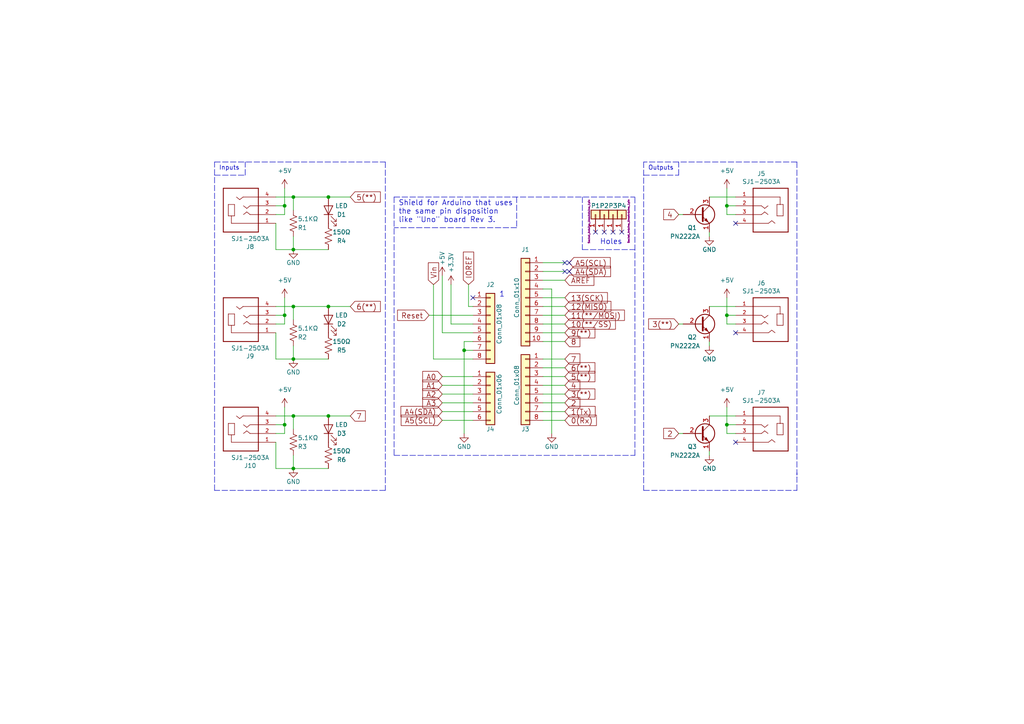
<source format=kicad_sch>
(kicad_sch (version 20211123) (generator eeschema)

  (uuid 993859c9-9e6f-49fb-837c-f7df5061c2af)

  (paper "A4")

  (title_block
    (date "lun. 30 mars 2015")
  )

  (lib_symbols
    (symbol "Connector_Generic:Conn_01x01" (pin_names (offset 1.016) hide) (in_bom yes) (on_board yes)
      (property "Reference" "J" (id 0) (at 0 2.54 0)
        (effects (font (size 1.27 1.27)))
      )
      (property "Value" "Conn_01x01" (id 1) (at 0 -2.54 0)
        (effects (font (size 1.27 1.27)))
      )
      (property "Footprint" "" (id 2) (at 0 0 0)
        (effects (font (size 1.27 1.27)) hide)
      )
      (property "Datasheet" "~" (id 3) (at 0 0 0)
        (effects (font (size 1.27 1.27)) hide)
      )
      (property "ki_keywords" "connector" (id 4) (at 0 0 0)
        (effects (font (size 1.27 1.27)) hide)
      )
      (property "ki_description" "Generic connector, single row, 01x01, script generated (kicad-library-utils/schlib/autogen/connector/)" (id 5) (at 0 0 0)
        (effects (font (size 1.27 1.27)) hide)
      )
      (property "ki_fp_filters" "Connector*:*_1x??_*" (id 6) (at 0 0 0)
        (effects (font (size 1.27 1.27)) hide)
      )
      (symbol "Conn_01x01_1_1"
        (rectangle (start -1.27 0.127) (end 0 -0.127)
          (stroke (width 0.1524) (type default) (color 0 0 0 0))
          (fill (type none))
        )
        (rectangle (start -1.27 1.27) (end 1.27 -1.27)
          (stroke (width 0.254) (type default) (color 0 0 0 0))
          (fill (type background))
        )
        (pin passive line (at -5.08 0 0) (length 3.81)
          (name "Pin_1" (effects (font (size 1.27 1.27))))
          (number "1" (effects (font (size 1.27 1.27))))
        )
      )
    )
    (symbol "conduWIT_parts:10KΩ" (pin_numbers hide) (pin_names (offset 0)) (in_bom yes) (on_board yes)
      (property "Reference" "R" (id 0) (at 2.54 0 90)
        (effects (font (size 1.27 1.27)))
      )
      (property "Value" "10KΩ" (id 1) (at -2.54 0 90)
        (effects (font (size 1.27 1.27)))
      )
      (property "Footprint" "conduWIT_parts:R_Axial_DIN0207_L6.3mm_D2.5mm_P7.62mm_Horizontal" (id 2) (at 1.016 -0.254 90)
        (effects (font (size 1.27 1.27)) hide)
      )
      (property "Datasheet" "https://www.seielect.com/catalog/sei-rnf_rnmf.pdf" (id 3) (at 0 0 0)
        (effects (font (size 1.27 1.27)) hide)
      )
      (property "Digikey" "RNF14FTD10K0CT-ND" (id 4) (at -5.08 0 90)
        (effects (font (size 1.27 1.27)) hide)
      )
      (property "ki_keywords" "R res resistor" (id 5) (at 0 0 0)
        (effects (font (size 1.27 1.27)) hide)
      )
      (property "ki_description" "Resistor, US symbol" (id 6) (at 0 0 0)
        (effects (font (size 1.27 1.27)) hide)
      )
      (property "ki_fp_filters" "R_*" (id 7) (at 0 0 0)
        (effects (font (size 1.27 1.27)) hide)
      )
      (symbol "10KΩ_0_1"
        (polyline
          (pts
            (xy 0 -2.286)
            (xy 0 -2.54)
          )
          (stroke (width 0) (type default) (color 0 0 0 0))
          (fill (type none))
        )
        (polyline
          (pts
            (xy 0 2.286)
            (xy 0 2.54)
          )
          (stroke (width 0) (type default) (color 0 0 0 0))
          (fill (type none))
        )
        (polyline
          (pts
            (xy 0 -0.762)
            (xy 1.016 -1.143)
            (xy 0 -1.524)
            (xy -1.016 -1.905)
            (xy 0 -2.286)
          )
          (stroke (width 0) (type default) (color 0 0 0 0))
          (fill (type none))
        )
        (polyline
          (pts
            (xy 0 0.762)
            (xy 1.016 0.381)
            (xy 0 0)
            (xy -1.016 -0.381)
            (xy 0 -0.762)
          )
          (stroke (width 0) (type default) (color 0 0 0 0))
          (fill (type none))
        )
        (polyline
          (pts
            (xy 0 2.286)
            (xy 1.016 1.905)
            (xy 0 1.524)
            (xy -1.016 1.143)
            (xy 0 0.762)
          )
          (stroke (width 0) (type default) (color 0 0 0 0))
          (fill (type none))
        )
      )
      (symbol "10KΩ_1_1"
        (pin passive line (at 0 3.81 270) (length 1.27)
          (name "~" (effects (font (size 1.27 1.27))))
          (number "1" (effects (font (size 1.27 1.27))))
        )
        (pin passive line (at 0 -3.81 90) (length 1.27)
          (name "~" (effects (font (size 1.27 1.27))))
          (number "2" (effects (font (size 1.27 1.27))))
        )
      )
    )
    (symbol "conduWIT_parts:30Ω" (pin_numbers hide) (pin_names (offset 0)) (in_bom yes) (on_board yes)
      (property "Reference" "R" (id 0) (at 2.54 0 90)
        (effects (font (size 1.27 1.27)))
      )
      (property "Value" "30Ω" (id 1) (at -2.54 0 90)
        (effects (font (size 1.27 1.27)))
      )
      (property "Footprint" "conduWIT_parts:R_Axial_DIN0207_L6.3mm_D2.5mm_P7.62mm_Horizontal" (id 2) (at 1.016 -0.254 90)
        (effects (font (size 1.27 1.27)) hide)
      )
      (property "Datasheet" "https://www.seielect.com/catalog/sei-rnf_rnmf.pdf" (id 3) (at 0 0 0)
        (effects (font (size 1.27 1.27)) hide)
      )
      (property "Digikey" "RNMF14FTC30R0CT-ND" (id 4) (at -5.08 0 90)
        (effects (font (size 1.27 1.27)) hide)
      )
      (property "ki_keywords" "R res resistor" (id 5) (at 0 0 0)
        (effects (font (size 1.27 1.27)) hide)
      )
      (property "ki_description" "Resistor, US symbol" (id 6) (at 0 0 0)
        (effects (font (size 1.27 1.27)) hide)
      )
      (property "ki_fp_filters" "R_*" (id 7) (at 0 0 0)
        (effects (font (size 1.27 1.27)) hide)
      )
      (symbol "30Ω_0_1"
        (polyline
          (pts
            (xy 0 -2.286)
            (xy 0 -2.54)
          )
          (stroke (width 0) (type default) (color 0 0 0 0))
          (fill (type none))
        )
        (polyline
          (pts
            (xy 0 2.286)
            (xy 0 2.54)
          )
          (stroke (width 0) (type default) (color 0 0 0 0))
          (fill (type none))
        )
        (polyline
          (pts
            (xy 0 -0.762)
            (xy 1.016 -1.143)
            (xy 0 -1.524)
            (xy -1.016 -1.905)
            (xy 0 -2.286)
          )
          (stroke (width 0) (type default) (color 0 0 0 0))
          (fill (type none))
        )
        (polyline
          (pts
            (xy 0 0.762)
            (xy 1.016 0.381)
            (xy 0 0)
            (xy -1.016 -0.381)
            (xy 0 -0.762)
          )
          (stroke (width 0) (type default) (color 0 0 0 0))
          (fill (type none))
        )
        (polyline
          (pts
            (xy 0 2.286)
            (xy 1.016 1.905)
            (xy 0 1.524)
            (xy -1.016 1.143)
            (xy 0 0.762)
          )
          (stroke (width 0) (type default) (color 0 0 0 0))
          (fill (type none))
        )
      )
      (symbol "30Ω_1_1"
        (pin passive line (at 0 3.81 270) (length 1.27)
          (name "~" (effects (font (size 1.27 1.27))))
          (number "1" (effects (font (size 1.27 1.27))))
        )
        (pin passive line (at 0 -3.81 90) (length 1.27)
          (name "~" (effects (font (size 1.27 1.27))))
          (number "2" (effects (font (size 1.27 1.27))))
        )
      )
    )
    (symbol "conduWIT_parts:Conn_01x06" (pin_names (offset 1.016) hide) (in_bom yes) (on_board yes)
      (property "Reference" "J" (id 0) (at 0 7.62 0)
        (effects (font (size 1.27 1.27)))
      )
      (property "Value" "Conn_01x06" (id 1) (at 0 -10.16 0)
        (effects (font (size 1.27 1.27)))
      )
      (property "Footprint" "conduWIT_parts:Socket_Strip_Arduino_1x06" (id 2) (at -13.97 0 90)
        (effects (font (size 1.27 1.27)) hide)
      )
      (property "Datasheet" "http://adam-tech.com/downloader.php?p=PH1-XX-UA.pdf" (id 3) (at 0 0 0)
        (effects (font (size 1.27 1.27)) hide)
      )
      (property "Digikey" "2057-PH1-06-UA-ND" (id 4) (at -17.78 1.27 90)
        (effects (font (size 1.27 1.27)) hide)
      )
      (property "ki_keywords" "connector" (id 5) (at 0 0 0)
        (effects (font (size 1.27 1.27)) hide)
      )
      (property "ki_description" "Generic connector, single row, 01x06, script generated (kicad-library-utils/schlib/autogen/connector/)" (id 6) (at 0 0 0)
        (effects (font (size 1.27 1.27)) hide)
      )
      (property "ki_fp_filters" "Connector*:*_1x??_*" (id 7) (at 0 0 0)
        (effects (font (size 1.27 1.27)) hide)
      )
      (symbol "Conn_01x06_1_1"
        (rectangle (start -1.27 -7.493) (end 0 -7.747)
          (stroke (width 0.1524) (type default) (color 0 0 0 0))
          (fill (type none))
        )
        (rectangle (start -1.27 -4.953) (end 0 -5.207)
          (stroke (width 0.1524) (type default) (color 0 0 0 0))
          (fill (type none))
        )
        (rectangle (start -1.27 -2.413) (end 0 -2.667)
          (stroke (width 0.1524) (type default) (color 0 0 0 0))
          (fill (type none))
        )
        (rectangle (start -1.27 0.127) (end 0 -0.127)
          (stroke (width 0.1524) (type default) (color 0 0 0 0))
          (fill (type none))
        )
        (rectangle (start -1.27 2.667) (end 0 2.413)
          (stroke (width 0.1524) (type default) (color 0 0 0 0))
          (fill (type none))
        )
        (rectangle (start -1.27 5.207) (end 0 4.953)
          (stroke (width 0.1524) (type default) (color 0 0 0 0))
          (fill (type none))
        )
        (rectangle (start -1.27 6.35) (end 1.27 -8.89)
          (stroke (width 0.254) (type default) (color 0 0 0 0))
          (fill (type background))
        )
        (pin passive line (at -5.08 5.08 0) (length 3.81)
          (name "Pin_1" (effects (font (size 1.27 1.27))))
          (number "1" (effects (font (size 1.27 1.27))))
        )
        (pin passive line (at -5.08 2.54 0) (length 3.81)
          (name "Pin_2" (effects (font (size 1.27 1.27))))
          (number "2" (effects (font (size 1.27 1.27))))
        )
        (pin passive line (at -5.08 0 0) (length 3.81)
          (name "Pin_3" (effects (font (size 1.27 1.27))))
          (number "3" (effects (font (size 1.27 1.27))))
        )
        (pin passive line (at -5.08 -2.54 0) (length 3.81)
          (name "Pin_4" (effects (font (size 1.27 1.27))))
          (number "4" (effects (font (size 1.27 1.27))))
        )
        (pin passive line (at -5.08 -5.08 0) (length 3.81)
          (name "Pin_5" (effects (font (size 1.27 1.27))))
          (number "5" (effects (font (size 1.27 1.27))))
        )
        (pin passive line (at -5.08 -7.62 0) (length 3.81)
          (name "Pin_6" (effects (font (size 1.27 1.27))))
          (number "6" (effects (font (size 1.27 1.27))))
        )
      )
    )
    (symbol "conduWIT_parts:Conn_01x08" (pin_names (offset 1.016) hide) (in_bom yes) (on_board yes)
      (property "Reference" "J" (id 0) (at 0 10.16 0)
        (effects (font (size 1.27 1.27)))
      )
      (property "Value" "Conn_01x08" (id 1) (at 0 -12.7 0)
        (effects (font (size 1.27 1.27)))
      )
      (property "Footprint" "conduWIT_parts:Socket_Strip_Arduino_1x08" (id 2) (at 7.62 0 90)
        (effects (font (size 1.27 1.27)) hide)
      )
      (property "Datasheet" "http://adam-tech.com/downloader.php?p=PH1-XX-UA.pdf" (id 3) (at 0 0 0)
        (effects (font (size 1.27 1.27)) hide)
      )
      (property "Digikey" "2057-PH1-08-UA-ND" (id 4) (at 5.08 1.27 90)
        (effects (font (size 1.27 1.27)) hide)
      )
      (property "ki_keywords" "connector" (id 5) (at 0 0 0)
        (effects (font (size 1.27 1.27)) hide)
      )
      (property "ki_description" "Generic connector, single row, 01x08, script generated (kicad-library-utils/schlib/autogen/connector/)" (id 6) (at 0 0 0)
        (effects (font (size 1.27 1.27)) hide)
      )
      (property "ki_fp_filters" "Connector*:*_1x??_*" (id 7) (at 0 0 0)
        (effects (font (size 1.27 1.27)) hide)
      )
      (symbol "Conn_01x08_1_1"
        (rectangle (start -1.27 -10.033) (end 0 -10.287)
          (stroke (width 0.1524) (type default) (color 0 0 0 0))
          (fill (type none))
        )
        (rectangle (start -1.27 -7.493) (end 0 -7.747)
          (stroke (width 0.1524) (type default) (color 0 0 0 0))
          (fill (type none))
        )
        (rectangle (start -1.27 -4.953) (end 0 -5.207)
          (stroke (width 0.1524) (type default) (color 0 0 0 0))
          (fill (type none))
        )
        (rectangle (start -1.27 -2.413) (end 0 -2.667)
          (stroke (width 0.1524) (type default) (color 0 0 0 0))
          (fill (type none))
        )
        (rectangle (start -1.27 0.127) (end 0 -0.127)
          (stroke (width 0.1524) (type default) (color 0 0 0 0))
          (fill (type none))
        )
        (rectangle (start -1.27 2.667) (end 0 2.413)
          (stroke (width 0.1524) (type default) (color 0 0 0 0))
          (fill (type none))
        )
        (rectangle (start -1.27 5.207) (end 0 4.953)
          (stroke (width 0.1524) (type default) (color 0 0 0 0))
          (fill (type none))
        )
        (rectangle (start -1.27 7.747) (end 0 7.493)
          (stroke (width 0.1524) (type default) (color 0 0 0 0))
          (fill (type none))
        )
        (rectangle (start -1.27 8.89) (end 1.27 -11.43)
          (stroke (width 0.254) (type default) (color 0 0 0 0))
          (fill (type background))
        )
        (pin passive line (at -5.08 7.62 0) (length 3.81)
          (name "Pin_1" (effects (font (size 1.27 1.27))))
          (number "1" (effects (font (size 1.27 1.27))))
        )
        (pin passive line (at -5.08 5.08 0) (length 3.81)
          (name "Pin_2" (effects (font (size 1.27 1.27))))
          (number "2" (effects (font (size 1.27 1.27))))
        )
        (pin passive line (at -5.08 2.54 0) (length 3.81)
          (name "Pin_3" (effects (font (size 1.27 1.27))))
          (number "3" (effects (font (size 1.27 1.27))))
        )
        (pin passive line (at -5.08 0 0) (length 3.81)
          (name "Pin_4" (effects (font (size 1.27 1.27))))
          (number "4" (effects (font (size 1.27 1.27))))
        )
        (pin passive line (at -5.08 -2.54 0) (length 3.81)
          (name "Pin_5" (effects (font (size 1.27 1.27))))
          (number "5" (effects (font (size 1.27 1.27))))
        )
        (pin passive line (at -5.08 -5.08 0) (length 3.81)
          (name "Pin_6" (effects (font (size 1.27 1.27))))
          (number "6" (effects (font (size 1.27 1.27))))
        )
        (pin passive line (at -5.08 -7.62 0) (length 3.81)
          (name "Pin_7" (effects (font (size 1.27 1.27))))
          (number "7" (effects (font (size 1.27 1.27))))
        )
        (pin passive line (at -5.08 -10.16 0) (length 3.81)
          (name "Pin_8" (effects (font (size 1.27 1.27))))
          (number "8" (effects (font (size 1.27 1.27))))
        )
      )
    )
    (symbol "conduWIT_parts:Conn_01x10" (pin_names (offset 1.016) hide) (in_bom yes) (on_board yes)
      (property "Reference" "J" (id 0) (at 0 12.7 0)
        (effects (font (size 1.27 1.27)))
      )
      (property "Value" "Conn_01x10" (id 1) (at 0 -15.24 0)
        (effects (font (size 1.27 1.27)))
      )
      (property "Footprint" "conduWIT_parts:Socket_Strip_Arduino_1x10" (id 2) (at 7.62 1.27 90)
        (effects (font (size 1.27 1.27)) hide)
      )
      (property "Datasheet" "http://adam-tech.com/downloader.php?p=PH1-XX-UA.pdf" (id 3) (at 0 0 0)
        (effects (font (size 1.27 1.27)) hide)
      )
      (property "Digikey" "2057-PH1-10-UA-ND" (id 4) (at 11.43 1.27 90)
        (effects (font (size 1.27 1.27)) hide)
      )
      (property "ki_keywords" "connector" (id 5) (at 0 0 0)
        (effects (font (size 1.27 1.27)) hide)
      )
      (property "ki_description" "Generic connector, single row, 01x10, script generated (kicad-library-utils/schlib/autogen/connector/)" (id 6) (at 0 0 0)
        (effects (font (size 1.27 1.27)) hide)
      )
      (property "ki_fp_filters" "Connector*:*_1x??_*" (id 7) (at 0 0 0)
        (effects (font (size 1.27 1.27)) hide)
      )
      (symbol "Conn_01x10_1_1"
        (rectangle (start -1.27 -12.573) (end 0 -12.827)
          (stroke (width 0.1524) (type default) (color 0 0 0 0))
          (fill (type none))
        )
        (rectangle (start -1.27 -10.033) (end 0 -10.287)
          (stroke (width 0.1524) (type default) (color 0 0 0 0))
          (fill (type none))
        )
        (rectangle (start -1.27 -7.493) (end 0 -7.747)
          (stroke (width 0.1524) (type default) (color 0 0 0 0))
          (fill (type none))
        )
        (rectangle (start -1.27 -4.953) (end 0 -5.207)
          (stroke (width 0.1524) (type default) (color 0 0 0 0))
          (fill (type none))
        )
        (rectangle (start -1.27 -2.413) (end 0 -2.667)
          (stroke (width 0.1524) (type default) (color 0 0 0 0))
          (fill (type none))
        )
        (rectangle (start -1.27 0.127) (end 0 -0.127)
          (stroke (width 0.1524) (type default) (color 0 0 0 0))
          (fill (type none))
        )
        (rectangle (start -1.27 2.667) (end 0 2.413)
          (stroke (width 0.1524) (type default) (color 0 0 0 0))
          (fill (type none))
        )
        (rectangle (start -1.27 5.207) (end 0 4.953)
          (stroke (width 0.1524) (type default) (color 0 0 0 0))
          (fill (type none))
        )
        (rectangle (start -1.27 7.747) (end 0 7.493)
          (stroke (width 0.1524) (type default) (color 0 0 0 0))
          (fill (type none))
        )
        (rectangle (start -1.27 10.287) (end 0 10.033)
          (stroke (width 0.1524) (type default) (color 0 0 0 0))
          (fill (type none))
        )
        (rectangle (start -1.27 11.43) (end 1.27 -13.97)
          (stroke (width 0.254) (type default) (color 0 0 0 0))
          (fill (type background))
        )
        (pin passive line (at -5.08 10.16 0) (length 3.81)
          (name "Pin_1" (effects (font (size 1.27 1.27))))
          (number "1" (effects (font (size 1.27 1.27))))
        )
        (pin passive line (at -5.08 -12.7 0) (length 3.81)
          (name "Pin_10" (effects (font (size 1.27 1.27))))
          (number "10" (effects (font (size 1.27 1.27))))
        )
        (pin passive line (at -5.08 7.62 0) (length 3.81)
          (name "Pin_2" (effects (font (size 1.27 1.27))))
          (number "2" (effects (font (size 1.27 1.27))))
        )
        (pin passive line (at -5.08 5.08 0) (length 3.81)
          (name "Pin_3" (effects (font (size 1.27 1.27))))
          (number "3" (effects (font (size 1.27 1.27))))
        )
        (pin passive line (at -5.08 2.54 0) (length 3.81)
          (name "Pin_4" (effects (font (size 1.27 1.27))))
          (number "4" (effects (font (size 1.27 1.27))))
        )
        (pin passive line (at -5.08 0 0) (length 3.81)
          (name "Pin_5" (effects (font (size 1.27 1.27))))
          (number "5" (effects (font (size 1.27 1.27))))
        )
        (pin passive line (at -5.08 -2.54 0) (length 3.81)
          (name "Pin_6" (effects (font (size 1.27 1.27))))
          (number "6" (effects (font (size 1.27 1.27))))
        )
        (pin passive line (at -5.08 -5.08 0) (length 3.81)
          (name "Pin_7" (effects (font (size 1.27 1.27))))
          (number "7" (effects (font (size 1.27 1.27))))
        )
        (pin passive line (at -5.08 -7.62 0) (length 3.81)
          (name "Pin_8" (effects (font (size 1.27 1.27))))
          (number "8" (effects (font (size 1.27 1.27))))
        )
        (pin passive line (at -5.08 -10.16 0) (length 3.81)
          (name "Pin_9" (effects (font (size 1.27 1.27))))
          (number "9" (effects (font (size 1.27 1.27))))
        )
      )
    )
    (symbol "conduWIT_parts:LED" (pin_numbers hide) (pin_names (offset 1.016) hide) (in_bom yes) (on_board yes)
      (property "Reference" "D" (id 0) (at 0 2.54 0)
        (effects (font (size 1.27 1.27)))
      )
      (property "Value" "LED" (id 1) (at 0 -2.54 0)
        (effects (font (size 1.27 1.27)))
      )
      (property "Footprint" "conduWIT_parts:LED_D5.0mm" (id 2) (at 0 0 0)
        (effects (font (size 1.27 1.27)) hide)
      )
      (property "Datasheet" "https://www.we-online.de/katalog/datasheet/151051RS11000.pdf" (id 3) (at 0 0 0)
        (effects (font (size 1.27 1.27)) hide)
      )
      (property "Digikey" "732-5016-ND" (id 4) (at -2.54 5.08 0)
        (effects (font (size 1.27 1.27)) hide)
      )
      (property "ki_keywords" "LED diode" (id 5) (at 0 0 0)
        (effects (font (size 1.27 1.27)) hide)
      )
      (property "ki_description" "Light emitting diode" (id 6) (at 0 0 0)
        (effects (font (size 1.27 1.27)) hide)
      )
      (property "ki_fp_filters" "LED* LED_SMD:* LED_THT:*" (id 7) (at 0 0 0)
        (effects (font (size 1.27 1.27)) hide)
      )
      (symbol "LED_0_1"
        (polyline
          (pts
            (xy -1.27 -1.27)
            (xy -1.27 1.27)
          )
          (stroke (width 0.2032) (type default) (color 0 0 0 0))
          (fill (type none))
        )
        (polyline
          (pts
            (xy -1.27 0)
            (xy 1.27 0)
          )
          (stroke (width 0) (type default) (color 0 0 0 0))
          (fill (type none))
        )
        (polyline
          (pts
            (xy 1.27 -1.27)
            (xy 1.27 1.27)
            (xy -1.27 0)
            (xy 1.27 -1.27)
          )
          (stroke (width 0.2032) (type default) (color 0 0 0 0))
          (fill (type none))
        )
        (polyline
          (pts
            (xy -3.048 -0.762)
            (xy -4.572 -2.286)
            (xy -3.81 -2.286)
            (xy -4.572 -2.286)
            (xy -4.572 -1.524)
          )
          (stroke (width 0) (type default) (color 0 0 0 0))
          (fill (type none))
        )
        (polyline
          (pts
            (xy -1.778 -0.762)
            (xy -3.302 -2.286)
            (xy -2.54 -2.286)
            (xy -3.302 -2.286)
            (xy -3.302 -1.524)
          )
          (stroke (width 0) (type default) (color 0 0 0 0))
          (fill (type none))
        )
      )
      (symbol "LED_1_1"
        (pin passive line (at -3.81 0 0) (length 2.54)
          (name "K" (effects (font (size 1.27 1.27))))
          (number "1" (effects (font (size 1.27 1.27))))
        )
        (pin passive line (at 3.81 0 180) (length 2.54)
          (name "A" (effects (font (size 1.27 1.27))))
          (number "2" (effects (font (size 1.27 1.27))))
        )
      )
    )
    (symbol "conduWIT_parts:PN2222A" (pin_names (offset 0) hide) (in_bom yes) (on_board yes)
      (property "Reference" "Q" (id 0) (at 5.08 1.905 0)
        (effects (font (size 1.27 1.27)) (justify left))
      )
      (property "Value" "PN2222A" (id 1) (at 5.08 0 0)
        (effects (font (size 1.27 1.27)) (justify left))
      )
      (property "Footprint" "conduWIT_parts:TO-92_Inline" (id 2) (at 5.08 -1.905 0)
        (effects (font (size 1.27 1.27) italic) (justify left) hide)
      )
      (property "Datasheet" "https://www.onsemi.com/pub/Collateral/PN2222A-D.pdf" (id 3) (at 0 0 0)
        (effects (font (size 1.27 1.27)) (justify left) hide)
      )
      (property "Digikey" "PN2222ATACT-ND" (id 4) (at 13.97 -5.08 0)
        (effects (font (size 1.27 1.27)) hide)
      )
      (property "ki_keywords" "NPN Transistor" (id 5) (at 0 0 0)
        (effects (font (size 1.27 1.27)) hide)
      )
      (property "ki_description" "1A Ic, 40V Vce, NPN Transistor, General Purpose Transistor, TO-92" (id 6) (at 0 0 0)
        (effects (font (size 1.27 1.27)) hide)
      )
      (property "ki_fp_filters" "TO?92*" (id 7) (at 0 0 0)
        (effects (font (size 1.27 1.27)) hide)
      )
      (symbol "PN2222A_0_1"
        (polyline
          (pts
            (xy 0 0)
            (xy 0.635 0)
          )
          (stroke (width 0) (type default) (color 0 0 0 0))
          (fill (type none))
        )
        (polyline
          (pts
            (xy 2.54 -2.54)
            (xy 0.635 -0.635)
          )
          (stroke (width 0) (type default) (color 0 0 0 0))
          (fill (type none))
        )
        (polyline
          (pts
            (xy 2.54 2.54)
            (xy 0.635 0.635)
          )
          (stroke (width 0) (type default) (color 0 0 0 0))
          (fill (type none))
        )
        (polyline
          (pts
            (xy 0.635 1.905)
            (xy 0.635 -1.905)
            (xy 0.635 -1.905)
          )
          (stroke (width 0.508) (type default) (color 0 0 0 0))
          (fill (type none))
        )
        (polyline
          (pts
            (xy 2.413 -2.413)
            (xy 1.905 -1.905)
            (xy 1.905 -1.905)
          )
          (stroke (width 0) (type default) (color 0 0 0 0))
          (fill (type none))
        )
        (polyline
          (pts
            (xy 1.143 -1.651)
            (xy 1.651 -1.143)
            (xy 2.159 -2.159)
            (xy 1.143 -1.651)
            (xy 1.143 -1.651)
          )
          (stroke (width 0) (type default) (color 0 0 0 0))
          (fill (type outline))
        )
        (circle (center 1.27 0) (radius 2.8194)
          (stroke (width 0.254) (type default) (color 0 0 0 0))
          (fill (type none))
        )
      )
      (symbol "PN2222A_1_1"
        (pin passive line (at 2.54 -5.08 90) (length 2.54)
          (name "E" (effects (font (size 1.27 1.27))))
          (number "1" (effects (font (size 1.27 1.27))))
        )
        (pin input line (at -5.08 0 0) (length 5.08)
          (name "B" (effects (font (size 1.27 1.27))))
          (number "2" (effects (font (size 1.27 1.27))))
        )
        (pin passive line (at 2.54 5.08 270) (length 2.54)
          (name "C" (effects (font (size 1.27 1.27))))
          (number "3" (effects (font (size 1.27 1.27))))
        )
      )
    )
    (symbol "conduWIT_parts:SJ1-2503A" (pin_names (offset 1.016) hide) (in_bom yes) (on_board yes)
      (property "Reference" "J" (id 0) (at -5.08 8.1534 0)
        (effects (font (size 1.27 1.27)) (justify left bottom))
      )
      (property "Value" "SJ1-2503A" (id 1) (at -5.08 -7.112 0)
        (effects (font (size 1.27 1.27)) (justify left bottom))
      )
      (property "Footprint" "conduWIT_parts:CUI_SJ1-2503A" (id 2) (at 0 0 0)
        (effects (font (size 1.27 1.27)) (justify left bottom) hide)
      )
      (property "Datasheet" "https://www.cuidevices.com/product/resource/sj1-2503a.pdf" (id 3) (at 0 0 0)
        (effects (font (size 1.27 1.27)) (justify left bottom) hide)
      )
      (property "Digikey" "CP1-2503A-ND" (id 4) (at 0 -8.89 0)
        (effects (font (size 1.27 1.27)) hide)
      )
      (property "ki_description" "TRS Jack" (id 5) (at 0 0 0)
        (effects (font (size 1.27 1.27)) hide)
      )
      (symbol "SJ1-2503A_0_0"
        (polyline
          (pts
            (xy -5.08 -5.08)
            (xy 5.08 -5.08)
          )
          (stroke (width 0.254) (type default) (color 0 0 0 0))
          (fill (type none))
        )
        (polyline
          (pts
            (xy -5.08 7.62)
            (xy -5.08 -5.08)
          )
          (stroke (width 0.254) (type default) (color 0 0 0 0))
          (fill (type none))
        )
        (polyline
          (pts
            (xy -3.6322 -0.381)
            (xy -3.6322 2.921)
          )
          (stroke (width 0.1524) (type default) (color 0 0 0 0))
          (fill (type none))
        )
        (polyline
          (pts
            (xy -3.6322 2.921)
            (xy -2.7432 2.921)
          )
          (stroke (width 0.1524) (type default) (color 0 0 0 0))
          (fill (type none))
        )
        (polyline
          (pts
            (xy -2.7432 2.921)
            (xy -1.8288 2.921)
          )
          (stroke (width 0.1524) (type default) (color 0 0 0 0))
          (fill (type none))
        )
        (polyline
          (pts
            (xy -2.7432 5.08)
            (xy -2.7432 2.921)
          )
          (stroke (width 0.1524) (type default) (color 0 0 0 0))
          (fill (type none))
        )
        (polyline
          (pts
            (xy -1.8288 -0.381)
            (xy -3.6322 -0.381)
          )
          (stroke (width 0.1524) (type default) (color 0 0 0 0))
          (fill (type none))
        )
        (polyline
          (pts
            (xy -1.8288 2.921)
            (xy -1.8288 -0.381)
          )
          (stroke (width 0.1524) (type default) (color 0 0 0 0))
          (fill (type none))
        )
        (polyline
          (pts
            (xy -0.3302 -1.778)
            (xy -1.27 -2.54)
          )
          (stroke (width 0.1524) (type default) (color 0 0 0 0))
          (fill (type none))
        )
        (polyline
          (pts
            (xy 0.635 -2.54)
            (xy -0.3302 -1.778)
          )
          (stroke (width 0.1524) (type default) (color 0 0 0 0))
          (fill (type none))
        )
        (polyline
          (pts
            (xy 1.7272 0.762)
            (xy 0.762 0)
          )
          (stroke (width 0.1524) (type default) (color 0 0 0 0))
          (fill (type none))
        )
        (polyline
          (pts
            (xy 1.7272 1.778)
            (xy 0.762 2.54)
          )
          (stroke (width 0.1524) (type default) (color 0 0 0 0))
          (fill (type none))
        )
        (polyline
          (pts
            (xy 2.667 0)
            (xy 1.7272 0.762)
          )
          (stroke (width 0.1524) (type default) (color 0 0 0 0))
          (fill (type none))
        )
        (polyline
          (pts
            (xy 2.667 2.54)
            (xy 1.7272 1.778)
          )
          (stroke (width 0.1524) (type default) (color 0 0 0 0))
          (fill (type none))
        )
        (polyline
          (pts
            (xy 4.953 -2.54)
            (xy 0.635 -2.54)
          )
          (stroke (width 0.1524) (type default) (color 0 0 0 0))
          (fill (type none))
        )
        (polyline
          (pts
            (xy 4.953 0)
            (xy 2.667 0)
          )
          (stroke (width 0.1524) (type default) (color 0 0 0 0))
          (fill (type none))
        )
        (polyline
          (pts
            (xy 5.08 -5.08)
            (xy 5.08 2.54)
          )
          (stroke (width 0.254) (type default) (color 0 0 0 0))
          (fill (type none))
        )
        (polyline
          (pts
            (xy 5.08 2.54)
            (xy 2.667 2.54)
          )
          (stroke (width 0.1524) (type default) (color 0 0 0 0))
          (fill (type none))
        )
        (polyline
          (pts
            (xy 5.08 2.54)
            (xy 5.08 5.08)
          )
          (stroke (width 0.254) (type default) (color 0 0 0 0))
          (fill (type none))
        )
        (polyline
          (pts
            (xy 5.08 5.08)
            (xy -2.7432 5.08)
          )
          (stroke (width 0.1524) (type default) (color 0 0 0 0))
          (fill (type none))
        )
        (polyline
          (pts
            (xy 5.08 5.08)
            (xy 5.08 7.62)
          )
          (stroke (width 0.254) (type default) (color 0 0 0 0))
          (fill (type none))
        )
        (polyline
          (pts
            (xy 5.08 7.62)
            (xy -5.08 7.62)
          )
          (stroke (width 0.254) (type default) (color 0 0 0 0))
          (fill (type none))
        )
        (pin passive line (at 10.16 5.08 180) (length 5.08)
          (name "1" (effects (font (size 1.016 1.016))))
          (number "1" (effects (font (size 1.016 1.016))))
        )
        (pin passive line (at 10.16 2.54 180) (length 5.08)
          (name "2" (effects (font (size 1.016 1.016))))
          (number "2" (effects (font (size 1.016 1.016))))
        )
        (pin passive line (at 10.16 0 180) (length 5.08)
          (name "3" (effects (font (size 1.016 1.016))))
          (number "3" (effects (font (size 1.016 1.016))))
        )
        (pin passive line (at 10.16 -2.54 180) (length 5.08)
          (name "4" (effects (font (size 1.016 1.016))))
          (number "4" (effects (font (size 1.016 1.016))))
        )
      )
    )
    (symbol "power:+3.3V" (power) (pin_names (offset 0)) (in_bom yes) (on_board yes)
      (property "Reference" "#PWR" (id 0) (at 0 -3.81 0)
        (effects (font (size 1.27 1.27)) hide)
      )
      (property "Value" "+3.3V" (id 1) (at 0 3.556 0)
        (effects (font (size 1.27 1.27)))
      )
      (property "Footprint" "" (id 2) (at 0 0 0)
        (effects (font (size 1.27 1.27)) hide)
      )
      (property "Datasheet" "" (id 3) (at 0 0 0)
        (effects (font (size 1.27 1.27)) hide)
      )
      (property "ki_keywords" "power-flag" (id 4) (at 0 0 0)
        (effects (font (size 1.27 1.27)) hide)
      )
      (property "ki_description" "Power symbol creates a global label with name \"+3.3V\"" (id 5) (at 0 0 0)
        (effects (font (size 1.27 1.27)) hide)
      )
      (symbol "+3.3V_0_1"
        (polyline
          (pts
            (xy -0.762 1.27)
            (xy 0 2.54)
          )
          (stroke (width 0) (type default) (color 0 0 0 0))
          (fill (type none))
        )
        (polyline
          (pts
            (xy 0 0)
            (xy 0 2.54)
          )
          (stroke (width 0) (type default) (color 0 0 0 0))
          (fill (type none))
        )
        (polyline
          (pts
            (xy 0 2.54)
            (xy 0.762 1.27)
          )
          (stroke (width 0) (type default) (color 0 0 0 0))
          (fill (type none))
        )
      )
      (symbol "+3.3V_1_1"
        (pin power_in line (at 0 0 90) (length 0) hide
          (name "+3.3V" (effects (font (size 1.27 1.27))))
          (number "1" (effects (font (size 1.27 1.27))))
        )
      )
    )
    (symbol "power:+5V" (power) (pin_names (offset 0)) (in_bom yes) (on_board yes)
      (property "Reference" "#PWR" (id 0) (at 0 -3.81 0)
        (effects (font (size 1.27 1.27)) hide)
      )
      (property "Value" "+5V" (id 1) (at 0 3.556 0)
        (effects (font (size 1.27 1.27)))
      )
      (property "Footprint" "" (id 2) (at 0 0 0)
        (effects (font (size 1.27 1.27)) hide)
      )
      (property "Datasheet" "" (id 3) (at 0 0 0)
        (effects (font (size 1.27 1.27)) hide)
      )
      (property "ki_keywords" "power-flag" (id 4) (at 0 0 0)
        (effects (font (size 1.27 1.27)) hide)
      )
      (property "ki_description" "Power symbol creates a global label with name \"+5V\"" (id 5) (at 0 0 0)
        (effects (font (size 1.27 1.27)) hide)
      )
      (symbol "+5V_0_1"
        (polyline
          (pts
            (xy -0.762 1.27)
            (xy 0 2.54)
          )
          (stroke (width 0) (type default) (color 0 0 0 0))
          (fill (type none))
        )
        (polyline
          (pts
            (xy 0 0)
            (xy 0 2.54)
          )
          (stroke (width 0) (type default) (color 0 0 0 0))
          (fill (type none))
        )
        (polyline
          (pts
            (xy 0 2.54)
            (xy 0.762 1.27)
          )
          (stroke (width 0) (type default) (color 0 0 0 0))
          (fill (type none))
        )
      )
      (symbol "+5V_1_1"
        (pin power_in line (at 0 0 90) (length 0) hide
          (name "+5V" (effects (font (size 1.27 1.27))))
          (number "1" (effects (font (size 1.27 1.27))))
        )
      )
    )
    (symbol "power:GND" (power) (pin_names (offset 0)) (in_bom yes) (on_board yes)
      (property "Reference" "#PWR" (id 0) (at 0 -6.35 0)
        (effects (font (size 1.27 1.27)) hide)
      )
      (property "Value" "GND" (id 1) (at 0 -3.81 0)
        (effects (font (size 1.27 1.27)))
      )
      (property "Footprint" "" (id 2) (at 0 0 0)
        (effects (font (size 1.27 1.27)) hide)
      )
      (property "Datasheet" "" (id 3) (at 0 0 0)
        (effects (font (size 1.27 1.27)) hide)
      )
      (property "ki_keywords" "power-flag" (id 4) (at 0 0 0)
        (effects (font (size 1.27 1.27)) hide)
      )
      (property "ki_description" "Power symbol creates a global label with name \"GND\" , ground" (id 5) (at 0 0 0)
        (effects (font (size 1.27 1.27)) hide)
      )
      (symbol "GND_0_1"
        (polyline
          (pts
            (xy 0 0)
            (xy 0 -1.27)
            (xy 1.27 -1.27)
            (xy 0 -2.54)
            (xy -1.27 -1.27)
            (xy 0 -1.27)
          )
          (stroke (width 0) (type default) (color 0 0 0 0))
          (fill (type none))
        )
      )
      (symbol "GND_1_1"
        (pin power_in line (at 0 0 270) (length 0) hide
          (name "GND" (effects (font (size 1.27 1.27))))
          (number "1" (effects (font (size 1.27 1.27))))
        )
      )
    )
  )

  (junction (at 210.82 123.19) (diameter 0) (color 0 0 0 0)
    (uuid 1dabc804-579b-407a-acd6-20a9edeaa470)
  )
  (junction (at 210.82 59.69) (diameter 0) (color 0 0 0 0)
    (uuid 2e49d26a-0dc6-4aa4-91a8-feff4d8d5440)
  )
  (junction (at 95.25 120.65) (diameter 0) (color 0 0 0 0)
    (uuid 3be301b6-2549-4124-b743-94b4c6de72ed)
  )
  (junction (at 85.09 120.65) (diameter 0) (color 0 0 0 0)
    (uuid 422f96d3-5b88-430f-90ba-611faf7e4b19)
  )
  (junction (at 82.55 59.69) (diameter 0) (color 0 0 0 0)
    (uuid 52dbec8d-964a-413b-839f-093672e0c9ef)
  )
  (junction (at 82.55 123.19) (diameter 0) (color 0 0 0 0)
    (uuid 767239ba-316a-4d24-b0ef-d84a6e917c41)
  )
  (junction (at 85.09 72.39) (diameter 0) (color 0 0 0 0)
    (uuid 91a22593-96f9-4a70-8075-7bea89c70eb8)
  )
  (junction (at 82.55 91.44) (diameter 0) (color 0 0 0 0)
    (uuid a84d8d8b-12e1-486f-928b-73b07e67107a)
  )
  (junction (at 95.25 88.9) (diameter 0) (color 0 0 0 0)
    (uuid ad328128-339d-4426-ba00-e5005df84f54)
  )
  (junction (at 134.62 101.6) (diameter 0) (color 0 0 0 0)
    (uuid adea19d3-973f-4f64-a05d-c51c63a24184)
  )
  (junction (at 85.09 135.89) (diameter 0) (color 0 0 0 0)
    (uuid b5e5c597-68ef-4fbe-a8ca-c44c2f3fd733)
  )
  (junction (at 85.09 88.9) (diameter 0) (color 0 0 0 0)
    (uuid d84ed82d-1359-4447-b3a1-6514739a1c08)
  )
  (junction (at 210.82 91.44) (diameter 0) (color 0 0 0 0)
    (uuid e114f907-fd55-4c21-af3a-1fd0d2b1e22b)
  )
  (junction (at 85.09 57.15) (diameter 0) (color 0 0 0 0)
    (uuid e140c448-6db2-44bf-bbf1-f6c8f4a4259f)
  )
  (junction (at 95.25 57.15) (diameter 0) (color 0 0 0 0)
    (uuid f93d04a8-a56d-4f7c-8419-abb4d142a317)
  )
  (junction (at 85.09 104.14) (diameter 0) (color 0 0 0 0)
    (uuid fdcb9413-5caa-45c8-8ef7-5c08449208bc)
  )

  (no_connect (at 213.36 128.27) (uuid 1da7bab3-408f-4516-aede-83871f0ce138))
  (no_connect (at 177.8 67.31) (uuid 2bfb0737-eebc-4946-9a04-a23d88e81417))
  (no_connect (at 180.34 67.31) (uuid 676f591e-1e18-4cc2-87e5-39ce877a4dd9))
  (no_connect (at 175.26 67.31) (uuid 69bf3b64-123d-4f44-9033-d1fdd5c57d00))
  (no_connect (at 137.16 86.36) (uuid 6b8fd182-6eea-440b-a30c-df61bcfb85c7))
  (no_connect (at 165.1 78.74) (uuid 71929e91-0148-468b-a573-a00a3a298494))
  (no_connect (at 165.1 76.2) (uuid 79307621-64d9-42ae-8bcc-b78eac1c3de2))
  (no_connect (at 172.72 67.31) (uuid 7add2629-38c4-41b0-a563-faf6dafb02e8))
  (no_connect (at 163.83 78.74) (uuid 984e7e2c-d7ac-4a59-b268-d90d9feb8590))
  (no_connect (at 213.36 96.52) (uuid b45ba1d0-e88a-49f4-a3b9-09cb24fcb818))
  (no_connect (at 213.36 64.77) (uuid d082f821-d97e-4987-829f-7c870d6fa7dd))
  (no_connect (at 163.83 76.2) (uuid ebf57ade-5a28-4bdb-827f-90be50efb938))

  (wire (pts (xy 80.01 91.44) (xy 82.55 91.44))
    (stroke (width 0) (type default) (color 0 0 0 0))
    (uuid 0155f830-04f9-4f95-94c0-cd020dc5eddd)
  )
  (wire (pts (xy 210.82 125.73) (xy 213.36 125.73))
    (stroke (width 0) (type default) (color 0 0 0 0))
    (uuid 0736b715-f2fa-44bc-8fb3-e49b6e38af10)
  )
  (wire (pts (xy 135.89 82.55) (xy 135.89 88.9))
    (stroke (width 0) (type default) (color 0 0 0 0))
    (uuid 0bfad73d-3c08-4616-b2e8-10d42d155a3c)
  )
  (wire (pts (xy 95.25 57.15) (xy 101.6 57.15))
    (stroke (width 0) (type default) (color 0 0 0 0))
    (uuid 0c491681-b78c-4b8b-890f-e7aa96333d5a)
  )
  (wire (pts (xy 137.16 121.92) (xy 128.27 121.92))
    (stroke (width 0) (type default) (color 0 0 0 0))
    (uuid 0da08c68-db13-41c5-b452-63c92970a790)
  )
  (polyline (pts (xy 114.3 57.15) (xy 114.3 132.08))
    (stroke (width 0) (type default) (color 0 0 0 0))
    (uuid 0ff8ea59-3239-476a-a49f-9eb4eee13b9e)
  )

  (wire (pts (xy 85.09 135.89) (xy 95.25 135.89))
    (stroke (width 0) (type default) (color 0 0 0 0))
    (uuid 11f87966-21f1-49c3-9bd1-9c64ac3c3706)
  )
  (polyline (pts (xy 114.3 57.15) (xy 184.15 57.15))
    (stroke (width 0) (type default) (color 0 0 0 0))
    (uuid 13d1230a-1d2b-4b0f-8e5d-96c2538e12df)
  )

  (wire (pts (xy 157.48 119.38) (xy 163.83 119.38))
    (stroke (width 0) (type default) (color 0 0 0 0))
    (uuid 16ac3f26-8cd1-4f6a-9ff9-78978d2950be)
  )
  (wire (pts (xy 128.27 96.52) (xy 128.27 80.01))
    (stroke (width 0) (type default) (color 0 0 0 0))
    (uuid 16d0f270-971a-443d-b3e7-29aaed219279)
  )
  (wire (pts (xy 196.85 62.23) (xy 198.12 62.23))
    (stroke (width 0) (type default) (color 0 0 0 0))
    (uuid 18d41497-e4e3-4071-a26d-69c167e24b06)
  )
  (wire (pts (xy 95.25 88.9) (xy 101.6 88.9))
    (stroke (width 0) (type default) (color 0 0 0 0))
    (uuid 1d30e45a-735d-43d7-b7c3-5249b3a482a3)
  )
  (wire (pts (xy 205.74 130.81) (xy 205.74 132.08))
    (stroke (width 0) (type default) (color 0 0 0 0))
    (uuid 1dc82dd0-4be3-47d3-8806-58e1ff89a8f1)
  )
  (wire (pts (xy 205.74 67.31) (xy 205.74 68.58))
    (stroke (width 0) (type default) (color 0 0 0 0))
    (uuid 1fd0d12f-9962-49d7-a49f-4e196a620f3e)
  )
  (wire (pts (xy 210.82 91.44) (xy 213.36 91.44))
    (stroke (width 0) (type default) (color 0 0 0 0))
    (uuid 200ea74c-c921-4d6a-a8a8-7a314f4b8196)
  )
  (wire (pts (xy 137.16 111.76) (xy 128.27 111.76))
    (stroke (width 0) (type default) (color 0 0 0 0))
    (uuid 203069f5-649f-4f30-ad9e-d00f0c335bb3)
  )
  (wire (pts (xy 82.55 118.11) (xy 82.55 123.19))
    (stroke (width 0) (type default) (color 0 0 0 0))
    (uuid 20389da9-9260-4139-894b-e36cdd14d51f)
  )
  (wire (pts (xy 82.55 91.44) (xy 82.55 93.98))
    (stroke (width 0) (type default) (color 0 0 0 0))
    (uuid 208c8dc2-91fd-475f-9755-3ca459bd85d1)
  )
  (wire (pts (xy 85.09 104.14) (xy 80.01 104.14))
    (stroke (width 0) (type default) (color 0 0 0 0))
    (uuid 271e6b0c-58b7-4042-9876-01215cfe7bd2)
  )
  (wire (pts (xy 210.82 93.98) (xy 213.36 93.98))
    (stroke (width 0) (type default) (color 0 0 0 0))
    (uuid 272fe102-fd7c-47ad-b51a-19508ee5e4d5)
  )
  (wire (pts (xy 196.85 93.98) (xy 198.12 93.98))
    (stroke (width 0) (type default) (color 0 0 0 0))
    (uuid 27cf17a7-1462-44f3-ab92-8986516f649d)
  )
  (wire (pts (xy 137.16 114.3) (xy 128.27 114.3))
    (stroke (width 0) (type default) (color 0 0 0 0))
    (uuid 2e91f9c5-81d7-432f-8e16-46e43249f323)
  )
  (polyline (pts (xy 62.23 46.99) (xy 111.76 46.99))
    (stroke (width 0) (type default) (color 0 0 0 0))
    (uuid 2f19e118-1d4c-4978-b03b-af4c6a22f9f1)
  )

  (wire (pts (xy 157.48 91.44) (xy 163.83 91.44))
    (stroke (width 0) (type default) (color 0 0 0 0))
    (uuid 2f5c8baa-bef8-4499-87b8-bec383299d2b)
  )
  (wire (pts (xy 134.62 99.06) (xy 134.62 101.6))
    (stroke (width 0) (type default) (color 0 0 0 0))
    (uuid 31147215-b4ee-4904-875a-c01fbf118372)
  )
  (wire (pts (xy 157.48 114.3) (xy 163.83 114.3))
    (stroke (width 0) (type default) (color 0 0 0 0))
    (uuid 33df9397-11e8-4a50-90cc-83651eaf90d8)
  )
  (wire (pts (xy 82.55 86.36) (xy 82.55 91.44))
    (stroke (width 0) (type default) (color 0 0 0 0))
    (uuid 36d0a3e0-0480-420d-a2e0-a06a3286adc5)
  )
  (polyline (pts (xy 186.69 142.24) (xy 231.14 142.24))
    (stroke (width 0) (type default) (color 0 0 0 0))
    (uuid 3a7eace2-c94a-40f9-b2a2-c5224665700e)
  )

  (wire (pts (xy 80.01 57.15) (xy 85.09 57.15))
    (stroke (width 0) (type default) (color 0 0 0 0))
    (uuid 3e2892f1-26b9-4844-9467-5cb393e9d75d)
  )
  (wire (pts (xy 85.09 104.14) (xy 95.25 104.14))
    (stroke (width 0) (type default) (color 0 0 0 0))
    (uuid 3eec404a-dad6-47b5-a574-80a013121345)
  )
  (wire (pts (xy 82.55 123.19) (xy 82.55 125.73))
    (stroke (width 0) (type default) (color 0 0 0 0))
    (uuid 3f2a3383-e1a9-4e78-b2b7-5a863b6e0665)
  )
  (polyline (pts (xy 186.69 50.8) (xy 196.85 50.8))
    (stroke (width 0) (type default) (color 0 0 0 0))
    (uuid 3f3a2a8a-08d3-458c-85cf-7c096b6d65d1)
  )
  (polyline (pts (xy 184.15 132.08) (xy 184.15 57.15))
    (stroke (width 0) (type default) (color 0 0 0 0))
    (uuid 43df79b6-c676-4793-9ff2-1812145b972f)
  )
  (polyline (pts (xy 231.14 142.24) (xy 231.14 137.16))
    (stroke (width 0) (type default) (color 0 0 0 0))
    (uuid 4606a6b2-93d5-456c-833b-b1fe934acaf6)
  )

  (wire (pts (xy 210.82 123.19) (xy 213.36 123.19))
    (stroke (width 0) (type default) (color 0 0 0 0))
    (uuid 4a2ba900-2618-450f-a5e1-e42fdc927f28)
  )
  (wire (pts (xy 80.01 123.19) (xy 82.55 123.19))
    (stroke (width 0) (type default) (color 0 0 0 0))
    (uuid 502ce2eb-be1f-40c4-9665-f6f83abd65e1)
  )
  (wire (pts (xy 157.48 86.36) (xy 163.83 86.36))
    (stroke (width 0) (type default) (color 0 0 0 0))
    (uuid 50452314-a6c7-47ce-b26a-3075df218e23)
  )
  (wire (pts (xy 85.09 68.58) (xy 85.09 72.39))
    (stroke (width 0) (type default) (color 0 0 0 0))
    (uuid 517eceaa-3840-4121-aedd-1c77739f266b)
  )
  (wire (pts (xy 82.55 54.61) (xy 82.55 59.69))
    (stroke (width 0) (type default) (color 0 0 0 0))
    (uuid 5339259e-8694-4e08-b6d6-8d41d96ab6d9)
  )
  (wire (pts (xy 157.48 104.14) (xy 163.83 104.14))
    (stroke (width 0) (type default) (color 0 0 0 0))
    (uuid 5580c892-1989-4f6a-a20d-2a60891f8a88)
  )
  (wire (pts (xy 137.16 109.22) (xy 128.27 109.22))
    (stroke (width 0) (type default) (color 0 0 0 0))
    (uuid 566f0063-8988-47e1-b65d-b0b3462fa503)
  )
  (polyline (pts (xy 111.76 142.24) (xy 62.23 142.24))
    (stroke (width 0) (type default) (color 0 0 0 0))
    (uuid 581cae26-bdff-449e-a1ed-70145e9b9375)
  )

  (wire (pts (xy 80.01 59.69) (xy 82.55 59.69))
    (stroke (width 0) (type default) (color 0 0 0 0))
    (uuid 5882c1b6-a812-41d3-a70a-f57cefb5e4cc)
  )
  (polyline (pts (xy 231.14 46.99) (xy 186.69 46.99))
    (stroke (width 0) (type default) (color 0 0 0 0))
    (uuid 5ba55825-6546-4c88-b3be-69bf1eb5bc59)
  )

  (wire (pts (xy 160.02 83.82) (xy 160.02 125.73))
    (stroke (width 0) (type default) (color 0 0 0 0))
    (uuid 5fee0d38-673d-4560-81c6-4687dd7cbd20)
  )
  (wire (pts (xy 157.48 109.22) (xy 163.83 109.22))
    (stroke (width 0) (type default) (color 0 0 0 0))
    (uuid 616f7661-cd77-43dc-ae55-160f77120aec)
  )
  (wire (pts (xy 210.82 59.69) (xy 213.36 59.69))
    (stroke (width 0) (type default) (color 0 0 0 0))
    (uuid 62c105f4-af46-436f-9e36-87146892967b)
  )
  (wire (pts (xy 210.82 86.36) (xy 210.82 91.44))
    (stroke (width 0) (type default) (color 0 0 0 0))
    (uuid 62e43943-5071-4596-9746-196065c3cc69)
  )
  (wire (pts (xy 80.01 72.39) (xy 80.01 64.77))
    (stroke (width 0) (type default) (color 0 0 0 0))
    (uuid 6594f3a4-b863-4323-a00f-b008a7de3f5b)
  )
  (wire (pts (xy 125.73 104.14) (xy 125.73 82.55))
    (stroke (width 0) (type default) (color 0 0 0 0))
    (uuid 66f78b4b-97f0-41ae-bd90-2521290e8693)
  )
  (wire (pts (xy 205.74 99.06) (xy 205.74 100.33))
    (stroke (width 0) (type default) (color 0 0 0 0))
    (uuid 67ff1022-3acd-482d-ae0d-dd53b7a824c6)
  )
  (wire (pts (xy 80.01 135.89) (xy 80.01 128.27))
    (stroke (width 0) (type default) (color 0 0 0 0))
    (uuid 6b01c2fa-fec1-46cd-8684-26ff1f6997e2)
  )
  (polyline (pts (xy 168.91 57.15) (xy 168.91 72.39))
    (stroke (width 0) (type default) (color 0 0 0 0))
    (uuid 6dfb4520-32d9-467c-a872-c2e23bf12bbe)
  )

  (wire (pts (xy 205.74 120.65) (xy 213.36 120.65))
    (stroke (width 0) (type default) (color 0 0 0 0))
    (uuid 72925bac-9dca-4ae3-8680-f534ecbe2489)
  )
  (polyline (pts (xy 186.69 138.43) (xy 186.69 142.24))
    (stroke (width 0) (type default) (color 0 0 0 0))
    (uuid 74845d5b-58d1-4f75-8ee8-3462ec9626a8)
  )

  (wire (pts (xy 137.16 101.6) (xy 134.62 101.6))
    (stroke (width 0) (type default) (color 0 0 0 0))
    (uuid 77c819f2-1afe-4455-af24-910451cc1167)
  )
  (wire (pts (xy 157.48 83.82) (xy 160.02 83.82))
    (stroke (width 0) (type default) (color 0 0 0 0))
    (uuid 78c91b86-8a68-4d52-89f0-e12f887c6637)
  )
  (polyline (pts (xy 168.91 72.39) (xy 184.15 72.39))
    (stroke (width 0) (type default) (color 0 0 0 0))
    (uuid 79b6ac0d-24d1-4306-b721-39a64ee0cc84)
  )
  (polyline (pts (xy 62.23 142.24) (xy 62.23 46.99))
    (stroke (width 0) (type default) (color 0 0 0 0))
    (uuid 7c94c85c-6b16-4762-8976-1a3e18f3a2bf)
  )

  (wire (pts (xy 85.09 124.46) (xy 85.09 120.65))
    (stroke (width 0) (type default) (color 0 0 0 0))
    (uuid 7ccc3593-806f-4924-845b-007645f1c803)
  )
  (wire (pts (xy 137.16 91.44) (xy 124.46 91.44))
    (stroke (width 0) (type default) (color 0 0 0 0))
    (uuid 7ef6d13f-666c-481f-a38d-c261e36436da)
  )
  (wire (pts (xy 210.82 59.69) (xy 210.82 62.23))
    (stroke (width 0) (type default) (color 0 0 0 0))
    (uuid 85ab4161-7151-49fb-92fb-47ac3d15dfe3)
  )
  (wire (pts (xy 157.48 93.98) (xy 163.83 93.98))
    (stroke (width 0) (type default) (color 0 0 0 0))
    (uuid 85c9e730-6247-4efe-897b-02784875a6f5)
  )
  (wire (pts (xy 137.16 93.98) (xy 130.81 93.98))
    (stroke (width 0) (type default) (color 0 0 0 0))
    (uuid 86ff7be9-12d9-4eea-8315-1eabeeb12fc1)
  )
  (wire (pts (xy 157.48 99.06) (xy 163.83 99.06))
    (stroke (width 0) (type default) (color 0 0 0 0))
    (uuid 87fa4dc5-0ae3-4cee-9d1b-f2f4dc2d35c9)
  )
  (polyline (pts (xy 196.85 50.8) (xy 196.85 46.99))
    (stroke (width 0) (type default) (color 0 0 0 0))
    (uuid 8a5f3c98-f700-428d-9339-be805126988a)
  )

  (wire (pts (xy 157.48 116.84) (xy 163.83 116.84))
    (stroke (width 0) (type default) (color 0 0 0 0))
    (uuid 8c3a4fc6-06eb-4e86-abb8-c1df7089f6ac)
  )
  (polyline (pts (xy 62.23 50.8) (xy 71.12 50.8))
    (stroke (width 0) (type default) (color 0 0 0 0))
    (uuid 8edf625b-5239-425a-bbf7-99925bc2c232)
  )

  (wire (pts (xy 157.48 96.52) (xy 163.83 96.52))
    (stroke (width 0) (type default) (color 0 0 0 0))
    (uuid 8f1c937f-e497-4cdb-a78e-523071dac58f)
  )
  (wire (pts (xy 157.48 111.76) (xy 163.83 111.76))
    (stroke (width 0) (type default) (color 0 0 0 0))
    (uuid 8fa7b5b5-cf96-4403-a102-86a3cd1df7c2)
  )
  (wire (pts (xy 82.55 93.98) (xy 80.01 93.98))
    (stroke (width 0) (type default) (color 0 0 0 0))
    (uuid 916bf2e2-b25c-4873-aa4b-4c220a69e6d5)
  )
  (polyline (pts (xy 114.3 132.08) (xy 184.15 132.08))
    (stroke (width 0) (type default) (color 0 0 0 0))
    (uuid 93900614-a40a-416f-8111-75da70d25a60)
  )

  (wire (pts (xy 85.09 120.65) (xy 95.25 120.65))
    (stroke (width 0) (type default) (color 0 0 0 0))
    (uuid 93ae6577-0bf9-439b-a9fd-1aa985f2cbfa)
  )
  (wire (pts (xy 157.48 81.28) (xy 163.83 81.28))
    (stroke (width 0) (type default) (color 0 0 0 0))
    (uuid 9965cb0b-f0c3-4c6b-8ecc-8eb309c81ad3)
  )
  (wire (pts (xy 82.55 59.69) (xy 82.55 62.23))
    (stroke (width 0) (type default) (color 0 0 0 0))
    (uuid 9e2c04de-223a-481a-95ba-771e21933b4a)
  )
  (wire (pts (xy 85.09 135.89) (xy 80.01 135.89))
    (stroke (width 0) (type default) (color 0 0 0 0))
    (uuid a045aa47-990c-4712-abd9-94d459bf6a66)
  )
  (wire (pts (xy 130.81 93.98) (xy 130.81 82.55))
    (stroke (width 0) (type default) (color 0 0 0 0))
    (uuid a35330b0-79b9-4a62-8cfb-7d8530014511)
  )
  (wire (pts (xy 210.82 54.61) (xy 210.82 59.69))
    (stroke (width 0) (type default) (color 0 0 0 0))
    (uuid a3c24b52-c5da-40fe-b14e-c696ecf35c23)
  )
  (wire (pts (xy 95.25 120.65) (xy 101.6 120.65))
    (stroke (width 0) (type default) (color 0 0 0 0))
    (uuid a456f5fa-6280-4c86-bd5e-2459b39712f1)
  )
  (wire (pts (xy 80.01 120.65) (xy 85.09 120.65))
    (stroke (width 0) (type default) (color 0 0 0 0))
    (uuid a468341f-7a67-4be4-99e0-8fca6ba18a4e)
  )
  (wire (pts (xy 80.01 88.9) (xy 85.09 88.9))
    (stroke (width 0) (type default) (color 0 0 0 0))
    (uuid a488f165-bff3-45e8-9a9b-31f3d0eda9b1)
  )
  (polyline (pts (xy 149.86 66.04) (xy 114.3 66.04))
    (stroke (width 0) (type default) (color 0 0 0 0))
    (uuid a545c860-2db5-47e0-9631-b0eef44ab64e)
  )

  (wire (pts (xy 134.62 101.6) (xy 134.62 125.73))
    (stroke (width 0) (type default) (color 0 0 0 0))
    (uuid a7e98b18-e5af-4fda-a3aa-825a1832282e)
  )
  (wire (pts (xy 137.16 116.84) (xy 128.27 116.84))
    (stroke (width 0) (type default) (color 0 0 0 0))
    (uuid a855f2ad-d901-436d-acd2-315991cc0041)
  )
  (wire (pts (xy 82.55 125.73) (xy 80.01 125.73))
    (stroke (width 0) (type default) (color 0 0 0 0))
    (uuid af226a4c-7037-410c-a093-6144fd287f5b)
  )
  (wire (pts (xy 85.09 72.39) (xy 95.25 72.39))
    (stroke (width 0) (type default) (color 0 0 0 0))
    (uuid b2dc7c39-b325-4d50-aea8-e0b24b3d49d3)
  )
  (wire (pts (xy 210.82 91.44) (xy 210.82 93.98))
    (stroke (width 0) (type default) (color 0 0 0 0))
    (uuid ba2b9cc3-3bb4-4a55-8105-285e2021f20a)
  )
  (wire (pts (xy 157.48 88.9) (xy 163.83 88.9))
    (stroke (width 0) (type default) (color 0 0 0 0))
    (uuid c0c99a56-bf3e-4a6d-87a1-41bd9754c4a0)
  )
  (wire (pts (xy 85.09 132.08) (xy 85.09 135.89))
    (stroke (width 0) (type default) (color 0 0 0 0))
    (uuid c493591b-2a0a-4013-a677-6398e2573afe)
  )
  (polyline (pts (xy 231.14 46.99) (xy 231.14 138.43))
    (stroke (width 0) (type default) (color 0 0 0 0))
    (uuid cb92696d-11a2-4e50-a0b6-71d9fa52adce)
  )

  (wire (pts (xy 80.01 104.14) (xy 80.01 96.52))
    (stroke (width 0) (type default) (color 0 0 0 0))
    (uuid cdb6193a-3dec-427c-a5a1-5cbb5a28d4d7)
  )
  (wire (pts (xy 135.89 88.9) (xy 137.16 88.9))
    (stroke (width 0) (type default) (color 0 0 0 0))
    (uuid cf9b9c9c-58f5-49b7-baf6-e12ce13d1713)
  )
  (wire (pts (xy 157.48 106.68) (xy 163.83 106.68))
    (stroke (width 0) (type default) (color 0 0 0 0))
    (uuid d09a995b-a8b1-46a4-a436-abdcc713d5b3)
  )
  (wire (pts (xy 85.09 60.96) (xy 85.09 57.15))
    (stroke (width 0) (type default) (color 0 0 0 0))
    (uuid d265800d-b8e6-4d09-9ff4-c06fa1b99768)
  )
  (wire (pts (xy 137.16 96.52) (xy 128.27 96.52))
    (stroke (width 0) (type default) (color 0 0 0 0))
    (uuid d2c650e5-c1ab-48e2-9bc9-65d679889370)
  )
  (wire (pts (xy 85.09 92.71) (xy 85.09 88.9))
    (stroke (width 0) (type default) (color 0 0 0 0))
    (uuid d3cee0ab-044d-4a33-900c-2ead7c7b479a)
  )
  (wire (pts (xy 137.16 99.06) (xy 134.62 99.06))
    (stroke (width 0) (type default) (color 0 0 0 0))
    (uuid d8b5dc6e-69b8-472c-acd7-44dfa5e9122c)
  )
  (wire (pts (xy 210.82 123.19) (xy 210.82 125.73))
    (stroke (width 0) (type default) (color 0 0 0 0))
    (uuid d9547f0f-b24a-4081-9930-aece5f93593a)
  )
  (polyline (pts (xy 71.12 50.8) (xy 71.12 46.99))
    (stroke (width 0) (type default) (color 0 0 0 0))
    (uuid d9bf0a8f-2ce3-485d-ad5a-87f74c5b4b3a)
  )

  (wire (pts (xy 210.82 118.11) (xy 210.82 123.19))
    (stroke (width 0) (type default) (color 0 0 0 0))
    (uuid da91ebf5-568d-4778-b80d-ed093ff233dd)
  )
  (wire (pts (xy 85.09 100.33) (xy 85.09 104.14))
    (stroke (width 0) (type default) (color 0 0 0 0))
    (uuid db98aa67-8a63-4508-9c40-aa391d4ca453)
  )
  (wire (pts (xy 157.48 76.2) (xy 163.83 76.2))
    (stroke (width 0) (type default) (color 0 0 0 0))
    (uuid ddfc65cf-32aa-462e-8389-4ca9e0419c10)
  )
  (wire (pts (xy 85.09 57.15) (xy 95.25 57.15))
    (stroke (width 0) (type default) (color 0 0 0 0))
    (uuid e4c566f7-c6a0-4211-97e0-6b13dbed4130)
  )
  (polyline (pts (xy 186.69 46.99) (xy 186.69 138.43))
    (stroke (width 0) (type default) (color 0 0 0 0))
    (uuid e57cb2e7-6d5b-492b-81a6-797896a41826)
  )

  (wire (pts (xy 137.16 119.38) (xy 128.27 119.38))
    (stroke (width 0) (type default) (color 0 0 0 0))
    (uuid e61d3c6a-e56b-4698-b917-ed7f5aed6ae4)
  )
  (wire (pts (xy 85.09 88.9) (xy 95.25 88.9))
    (stroke (width 0) (type default) (color 0 0 0 0))
    (uuid e7473b08-deed-4d37-a978-efbd0ebbd245)
  )
  (polyline (pts (xy 149.86 57.15) (xy 149.86 66.04))
    (stroke (width 0) (type default) (color 0 0 0 0))
    (uuid e90d2285-a258-47fd-a58f-1bec63cd0461)
  )

  (wire (pts (xy 196.85 125.73) (xy 198.12 125.73))
    (stroke (width 0) (type default) (color 0 0 0 0))
    (uuid ed94910b-b130-4ed8-8ebd-83474a36a5d3)
  )
  (wire (pts (xy 85.09 72.39) (xy 80.01 72.39))
    (stroke (width 0) (type default) (color 0 0 0 0))
    (uuid eeeffa73-5b2a-44f0-9b68-84e342cb3d2d)
  )
  (wire (pts (xy 157.48 78.74) (xy 163.83 78.74))
    (stroke (width 0) (type default) (color 0 0 0 0))
    (uuid ef257024-28d8-4f04-8fc1-9696e3a4d499)
  )
  (wire (pts (xy 157.48 121.92) (xy 163.83 121.92))
    (stroke (width 0) (type default) (color 0 0 0 0))
    (uuid f03e925f-3ade-4534-a947-67a701c0fba7)
  )
  (wire (pts (xy 210.82 62.23) (xy 213.36 62.23))
    (stroke (width 0) (type default) (color 0 0 0 0))
    (uuid f0faa0a5-f197-4489-bcb4-82341818d806)
  )
  (wire (pts (xy 137.16 104.14) (xy 125.73 104.14))
    (stroke (width 0) (type default) (color 0 0 0 0))
    (uuid f2ff388c-b290-457d-b2c7-5e8476a21859)
  )
  (polyline (pts (xy 111.76 46.99) (xy 111.76 142.24))
    (stroke (width 0) (type default) (color 0 0 0 0))
    (uuid f387d795-ca1d-4c47-bbd9-6701309a3286)
  )

  (wire (pts (xy 82.55 62.23) (xy 80.01 62.23))
    (stroke (width 0) (type default) (color 0 0 0 0))
    (uuid f3d5438d-78f4-41c2-92e0-378aa790fb50)
  )
  (wire (pts (xy 205.74 57.15) (xy 213.36 57.15))
    (stroke (width 0) (type default) (color 0 0 0 0))
    (uuid f97f2cdc-58da-432d-8b06-069611991bcd)
  )
  (wire (pts (xy 205.74 88.9) (xy 213.36 88.9))
    (stroke (width 0) (type default) (color 0 0 0 0))
    (uuid fbade0ff-a3ed-498d-bd9e-a27f895f432c)
  )

  (text "Shield for Arduino that uses\nthe same pin disposition\nlike \"Uno\" board Rev 3."
    (at 115.57 64.77 0)
    (effects (font (size 1.524 1.524)) (justify left bottom))
    (uuid 12874e8c-43ef-43c6-8772-abc3f612449e)
  )
  (text "Inputs" (at 63.5 49.53 0)
    (effects (font (size 1.27 1.27)) (justify left bottom))
    (uuid 1739c146-df66-4b25-8868-de84485d4406)
  )
  (text "Holes" (at 173.99 71.12 0)
    (effects (font (size 1.524 1.524)) (justify left bottom))
    (uuid 2212a7d2-2f08-436e-9bd8-f98edcf5419c)
  )
  (text "Outputs" (at 187.96 49.53 0)
    (effects (font (size 1.27 1.27)) (justify left bottom))
    (uuid 7b32e846-3649-450a-b3ef-d135354313c0)
  )
  (text "1" (at 144.78 86.36 0)
    (effects (font (size 1.524 1.524)) (justify left bottom))
    (uuid dae5d1ae-b147-44c8-b27a-201c04ba98d2)
  )

  (global_label "7" (shape input) (at 163.83 104.14 0) (fields_autoplaced)
    (effects (font (size 1.524 1.524)) (justify left))
    (uuid 0d66e29c-fb3d-4bd7-b583-626419bbf660)
    (property "Intersheet References" "${INTERSHEET_REFS}" (id 0) (at -104.14 45.72 0)
      (effects (font (size 1.27 1.27)) hide)
    )
  )
  (global_label "8" (shape input) (at 163.83 99.06 0) (fields_autoplaced)
    (effects (font (size 1.524 1.524)) (justify left))
    (uuid 1a8c09bf-7eed-4e30-b6b2-3fcedd0cab9e)
    (property "Intersheet References" "${INTERSHEET_REFS}" (id 0) (at -104.14 45.72 0)
      (effects (font (size 1.27 1.27)) hide)
    )
  )
  (global_label "7" (shape input) (at 101.6 120.65 0) (fields_autoplaced)
    (effects (font (size 1.524 1.524)) (justify left))
    (uuid 1aeb2429-ce3d-4877-9966-56f29249074f)
    (property "Intersheet References" "${INTERSHEET_REFS}" (id 0) (at -101.6 -25.4 0)
      (effects (font (size 1.27 1.27)) hide)
    )
  )
  (global_label "13(SCK)" (shape input) (at 163.83 86.36 0) (fields_autoplaced)
    (effects (font (size 1.524 1.524)) (justify left))
    (uuid 1c0d0466-76cc-498d-9741-217fb0990a96)
    (property "Intersheet References" "${INTERSHEET_REFS}" (id 0) (at -104.14 45.72 0)
      (effects (font (size 1.27 1.27)) hide)
    )
  )
  (global_label "5(**)" (shape input) (at 163.83 109.22 0) (fields_autoplaced)
    (effects (font (size 1.524 1.524)) (justify left))
    (uuid 1d563c21-8046-4949-8768-5ff915297be8)
    (property "Intersheet References" "${INTERSHEET_REFS}" (id 0) (at -104.14 45.72 0)
      (effects (font (size 1.27 1.27)) hide)
    )
  )
  (global_label "Vin" (shape input) (at 125.73 82.55 90) (fields_autoplaced)
    (effects (font (size 1.524 1.524)) (justify left))
    (uuid 1fd5966a-104e-455f-a687-63485e2d063e)
    (property "Intersheet References" "${INTERSHEET_REFS}" (id 0) (at -101.6 45.72 0)
      (effects (font (size 1.27 1.27)) hide)
    )
  )
  (global_label "3(**)" (shape input) (at 163.83 114.3 0) (fields_autoplaced)
    (effects (font (size 1.524 1.524)) (justify left))
    (uuid 203a56ef-71cf-4dc8-98b0-28c36002a2d1)
    (property "Intersheet References" "${INTERSHEET_REFS}" (id 0) (at -104.14 45.72 0)
      (effects (font (size 1.27 1.27)) hide)
    )
  )
  (global_label "A4(SDA)" (shape input) (at 128.27 119.38 180) (fields_autoplaced)
    (effects (font (size 1.524 1.524)) (justify right))
    (uuid 22eeea43-70f1-44be-b1d8-1969096e9bc2)
    (property "Intersheet References" "${INTERSHEET_REFS}" (id 0) (at -97.79 45.72 0)
      (effects (font (size 1.27 1.27)) hide)
    )
  )
  (global_label "A5(SCL)" (shape input) (at 128.27 121.92 180) (fields_autoplaced)
    (effects (font (size 1.524 1.524)) (justify right))
    (uuid 2b220492-269c-4319-ada3-aa20ce1233e9)
    (property "Intersheet References" "${INTERSHEET_REFS}" (id 0) (at -97.79 45.72 0)
      (effects (font (size 1.27 1.27)) hide)
    )
  )
  (global_label "6(**)" (shape input) (at 101.6 88.9 0) (fields_autoplaced)
    (effects (font (size 1.524 1.524)) (justify left))
    (uuid 4b385828-00ed-490d-be4b-61ee08f29d81)
    (property "Intersheet References" "${INTERSHEET_REFS}" (id 0) (at -44.45 -57.15 0)
      (effects (font (size 1.27 1.27)) hide)
    )
  )
  (global_label "10(**/SS)" (shape input) (at 163.83 93.98 0) (fields_autoplaced)
    (effects (font (size 1.524 1.524)) (justify left))
    (uuid 4b5d36d3-d45c-4576-8fb2-141ae8d6d2a4)
    (property "Intersheet References" "${INTERSHEET_REFS}" (id 0) (at -104.14 45.72 0)
      (effects (font (size 1.27 1.27)) hide)
    )
  )
  (global_label "A1" (shape input) (at 128.27 111.76 180) (fields_autoplaced)
    (effects (font (size 1.524 1.524)) (justify right))
    (uuid 4deb1f60-e182-4340-8870-678d3c6391a8)
    (property "Intersheet References" "${INTERSHEET_REFS}" (id 0) (at -97.79 45.72 0)
      (effects (font (size 1.27 1.27)) hide)
    )
  )
  (global_label "6(**)" (shape input) (at 163.83 106.68 0) (fields_autoplaced)
    (effects (font (size 1.524 1.524)) (justify left))
    (uuid 505245ff-0829-4a91-9c65-701509b4dfd9)
    (property "Intersheet References" "${INTERSHEET_REFS}" (id 0) (at -104.14 45.72 0)
      (effects (font (size 1.27 1.27)) hide)
    )
  )
  (global_label "4" (shape input) (at 163.83 111.76 0) (fields_autoplaced)
    (effects (font (size 1.524 1.524)) (justify left))
    (uuid 57da11b2-f128-420c-a9fb-d2c5ce7385f7)
    (property "Intersheet References" "${INTERSHEET_REFS}" (id 0) (at -104.14 45.72 0)
      (effects (font (size 1.27 1.27)) hide)
    )
  )
  (global_label "12(MISO)" (shape input) (at 163.83 88.9 0) (fields_autoplaced)
    (effects (font (size 1.524 1.524)) (justify left))
    (uuid 5dd9e228-220f-4581-9add-f1953c95fff4)
    (property "Intersheet References" "${INTERSHEET_REFS}" (id 0) (at -104.14 45.72 0)
      (effects (font (size 1.27 1.27)) hide)
    )
  )
  (global_label "5(**)" (shape input) (at 101.6 57.15 0) (fields_autoplaced)
    (effects (font (size 1.524 1.524)) (justify left))
    (uuid 6ba2bde7-b3a0-482e-ac45-cd2dd24b5fbb)
    (property "Intersheet References" "${INTERSHEET_REFS}" (id 0) (at 1.27 -88.9 0)
      (effects (font (size 1.27 1.27)) hide)
    )
  )
  (global_label "A0" (shape input) (at 128.27 109.22 180) (fields_autoplaced)
    (effects (font (size 1.524 1.524)) (justify right))
    (uuid 7638008a-f5df-4cb0-b677-193d381f6439)
    (property "Intersheet References" "${INTERSHEET_REFS}" (id 0) (at -97.79 45.72 0)
      (effects (font (size 1.27 1.27)) hide)
    )
  )
  (global_label "A3" (shape input) (at 128.27 116.84 180) (fields_autoplaced)
    (effects (font (size 1.524 1.524)) (justify right))
    (uuid 9bedb851-348e-4457-ad2b-7f8a6846743f)
    (property "Intersheet References" "${INTERSHEET_REFS}" (id 0) (at -97.79 45.72 0)
      (effects (font (size 1.27 1.27)) hide)
    )
  )
  (global_label "IOREF" (shape input) (at 135.89 82.55 90) (fields_autoplaced)
    (effects (font (size 1.524 1.524)) (justify left))
    (uuid a75043dd-c7e8-4a6e-8e51-a465be765fd3)
    (property "Intersheet References" "${INTERSHEET_REFS}" (id 0) (at -101.6 45.72 0)
      (effects (font (size 1.27 1.27)) hide)
    )
  )
  (global_label "A2" (shape input) (at 128.27 114.3 180) (fields_autoplaced)
    (effects (font (size 1.524 1.524)) (justify right))
    (uuid acf6827a-f908-411c-8df8-ed3e6dcd48b9)
    (property "Intersheet References" "${INTERSHEET_REFS}" (id 0) (at -97.79 45.72 0)
      (effects (font (size 1.27 1.27)) hide)
    )
  )
  (global_label "1(Tx)" (shape input) (at 163.83 119.38 0) (fields_autoplaced)
    (effects (font (size 1.524 1.524)) (justify left))
    (uuid b3db9221-4549-4bd8-87a4-500fe0aa43e5)
    (property "Intersheet References" "${INTERSHEET_REFS}" (id 0) (at -104.14 45.72 0)
      (effects (font (size 1.27 1.27)) hide)
    )
  )
  (global_label "0(Rx)" (shape input) (at 163.83 121.92 0) (fields_autoplaced)
    (effects (font (size 1.524 1.524)) (justify left))
    (uuid b4095e00-c4a3-4aed-b2e8-3f4f4e6ae236)
    (property "Intersheet References" "${INTERSHEET_REFS}" (id 0) (at -104.14 45.72 0)
      (effects (font (size 1.27 1.27)) hide)
    )
  )
  (global_label "9(**)" (shape input) (at 163.83 96.52 0) (fields_autoplaced)
    (effects (font (size 1.524 1.524)) (justify left))
    (uuid b652d4fc-ac5b-4cf6-880d-aecf51592301)
    (property "Intersheet References" "${INTERSHEET_REFS}" (id 0) (at -104.14 45.72 0)
      (effects (font (size 1.27 1.27)) hide)
    )
  )
  (global_label "11(**/MOSI)" (shape input) (at 163.83 91.44 0) (fields_autoplaced)
    (effects (font (size 1.524 1.524)) (justify left))
    (uuid b7630cea-06b4-481d-a78a-621ef776db56)
    (property "Intersheet References" "${INTERSHEET_REFS}" (id 0) (at -104.14 45.72 0)
      (effects (font (size 1.27 1.27)) hide)
    )
  )
  (global_label "4" (shape input) (at 196.85 62.23 180) (fields_autoplaced)
    (effects (font (size 1.524 1.524)) (justify right))
    (uuid bfb75249-8f19-45a9-b137-5f8776715a7c)
    (property "Intersheet References" "${INTERSHEET_REFS}" (id 0) (at 114.3 -39.37 0)
      (effects (font (size 1.27 1.27)) hide)
    )
  )
  (global_label "3(**)" (shape input) (at 196.85 93.98 180) (fields_autoplaced)
    (effects (font (size 1.524 1.524)) (justify right))
    (uuid d30b3a87-bfe9-4ccc-8cd2-d768f178dff2)
    (property "Intersheet References" "${INTERSHEET_REFS}" (id 0) (at 68.58 -7.62 0)
      (effects (font (size 1.27 1.27)) hide)
    )
  )
  (global_label "A4(SDA)" (shape input) (at 165.1 78.74 0) (fields_autoplaced)
    (effects (font (size 1.524 1.524)) (justify left))
    (uuid e240834d-270e-4785-877c-552973b3f7b1)
    (property "Intersheet References" "${INTERSHEET_REFS}" (id 0) (at -104.14 45.72 0)
      (effects (font (size 1.27 1.27)) hide)
    )
  )
  (global_label "Reset" (shape input) (at 124.46 91.44 180) (fields_autoplaced)
    (effects (font (size 1.524 1.524)) (justify right))
    (uuid efdf44b9-cf3e-4127-97cb-e1f51ecbc573)
    (property "Intersheet References" "${INTERSHEET_REFS}" (id 0) (at -95.25 45.72 0)
      (effects (font (size 1.27 1.27)) hide)
    )
  )
  (global_label "2" (shape input) (at 163.83 116.84 0) (fields_autoplaced)
    (effects (font (size 1.524 1.524)) (justify left))
    (uuid f07c77b8-14e6-4509-aa41-f38937e7d86e)
    (property "Intersheet References" "${INTERSHEET_REFS}" (id 0) (at -104.14 45.72 0)
      (effects (font (size 1.27 1.27)) hide)
    )
  )
  (global_label "A5(SCL)" (shape input) (at 165.1 76.2 0) (fields_autoplaced)
    (effects (font (size 1.524 1.524)) (justify left))
    (uuid f3e4131c-3dfd-49de-82ad-0d417d3e5b9a)
    (property "Intersheet References" "${INTERSHEET_REFS}" (id 0) (at -104.14 45.72 0)
      (effects (font (size 1.27 1.27)) hide)
    )
  )
  (global_label "AREF" (shape input) (at 163.83 81.28 0) (fields_autoplaced)
    (effects (font (size 1.524 1.524)) (justify left))
    (uuid f747de6f-0af9-4bac-853a-fcc450d782c7)
    (property "Intersheet References" "${INTERSHEET_REFS}" (id 0) (at -104.14 45.72 0)
      (effects (font (size 1.27 1.27)) hide)
    )
  )
  (global_label "2" (shape input) (at 196.85 125.73 180) (fields_autoplaced)
    (effects (font (size 1.524 1.524)) (justify right))
    (uuid f7bb3e5f-7b26-42bf-9980-9ca082a9e0b4)
    (property "Intersheet References" "${INTERSHEET_REFS}" (id 0) (at 11.43 24.13 0)
      (effects (font (size 1.27 1.27)) hide)
    )
  )

  (symbol (lib_id "conduWIT_parts:Conn_01x08") (at 142.24 93.98 0) (unit 1)
    (in_bom yes) (on_board yes)
    (uuid 00000000-0000-0000-0000-000056d70129)
    (property "Reference" "J2" (id 0) (at 142.24 82.55 0))
    (property "Value" "Conn_01x08" (id 1) (at 144.78 93.98 90))
    (property "Footprint" "conduWIT_parts:Socket_Strip_Arduino_1x08" (id 2) (at 146.05 93.98 90)
      (effects (font (size 0.508 0.508)) hide)
    )
    (property "Datasheet" "http://adam-tech.com/downloader.php?p=PH1-XX-UA.pdf" (id 3) (at 142.24 93.98 0)
      (effects (font (size 1.27 1.27)) hide)
    )
    (property "Digikey" "2057-PH1-08-UA-ND" (id 4) (at 142.24 93.98 0)
      (effects (font (size 1.27 1.27)) hide)
    )
    (pin "1" (uuid a19d558d-a4d6-48c8-9d14-51f6dac9bf86))
    (pin "2" (uuid 0c36fb22-bfa9-426a-81c0-95fb98397fff))
    (pin "3" (uuid d8628c6d-63ae-4f83-b8cf-9b11759b7190))
    (pin "4" (uuid cf6c8d2a-0b2f-42a9-b36b-287575f42f30))
    (pin "5" (uuid 6e71bf13-79d6-44b4-a0a7-e6f2c6f4c0a3))
    (pin "6" (uuid e0a5ad4d-4ac3-4c77-a455-5d40391fe22b))
    (pin "7" (uuid 9ec6cdac-2a93-4457-bd66-99aaa8011708))
    (pin "8" (uuid 7d8bcd9f-0846-4a8a-8133-66623e22d57f))
  )

  (symbol (lib_id "power:+3.3V") (at 130.81 82.55 0) (unit 1)
    (in_bom yes) (on_board yes)
    (uuid 00000000-0000-0000-0000-000056d70538)
    (property "Reference" "#PWR02" (id 0) (at 130.81 86.36 0)
      (effects (font (size 1.27 1.27)) hide)
    )
    (property "Value" "+3.3V" (id 1) (at 130.81 76.2 90))
    (property "Footprint" "" (id 2) (at 130.81 82.55 0))
    (property "Datasheet" "" (id 3) (at 130.81 82.55 0))
    (pin "1" (uuid b47afe46-dcda-42be-969e-d8b42fdd065a))
  )

  (symbol (lib_id "power:+5V") (at 128.27 80.01 0) (unit 1)
    (in_bom yes) (on_board yes)
    (uuid 00000000-0000-0000-0000-000056d707bb)
    (property "Reference" "#PWR01" (id 0) (at 128.27 83.82 0)
      (effects (font (size 1.27 1.27)) hide)
    )
    (property "Value" "+5V" (id 1) (at 128.27 74.93 90))
    (property "Footprint" "" (id 2) (at 128.27 80.01 0))
    (property "Datasheet" "" (id 3) (at 128.27 80.01 0))
    (pin "1" (uuid f133bee0-2b87-408e-a9f3-c13bff3420f0))
  )

  (symbol (lib_id "power:GND") (at 134.62 125.73 0) (unit 1)
    (in_bom yes) (on_board yes)
    (uuid 00000000-0000-0000-0000-000056d70cc2)
    (property "Reference" "#PWR03" (id 0) (at 134.62 132.08 0)
      (effects (font (size 1.27 1.27)) hide)
    )
    (property "Value" "GND" (id 1) (at 134.62 129.54 0))
    (property "Footprint" "" (id 2) (at 134.62 125.73 0))
    (property "Datasheet" "" (id 3) (at 134.62 125.73 0))
    (pin "1" (uuid 0d11c5e5-9b91-4017-acf7-21e57bab070e))
  )

  (symbol (lib_id "power:GND") (at 160.02 125.73 0) (unit 1)
    (in_bom yes) (on_board yes)
    (uuid 00000000-0000-0000-0000-000056d70cff)
    (property "Reference" "#PWR04" (id 0) (at 160.02 132.08 0)
      (effects (font (size 1.27 1.27)) hide)
    )
    (property "Value" "GND" (id 1) (at 160.02 129.54 0))
    (property "Footprint" "" (id 2) (at 160.02 125.73 0))
    (property "Datasheet" "" (id 3) (at 160.02 125.73 0))
    (pin "1" (uuid 9eb817d6-4d79-44fa-b57c-1605f5c8527c))
  )

  (symbol (lib_id "conduWIT_parts:Conn_01x06") (at 142.24 114.3 0) (unit 1)
    (in_bom yes) (on_board yes)
    (uuid 00000000-0000-0000-0000-000056d70dd8)
    (property "Reference" "J4" (id 0) (at 142.24 124.46 0))
    (property "Value" "Conn_01x06" (id 1) (at 144.78 114.3 90))
    (property "Footprint" "conduWIT_parts:Socket_Strip_Arduino_1x06" (id 2) (at 146.05 113.03 90)
      (effects (font (size 0.508 0.508)) hide)
    )
    (property "Datasheet" "http://adam-tech.com/downloader.php?p=PH1-XX-UA.pdf" (id 3) (at 142.24 114.3 0)
      (effects (font (size 1.27 1.27)) hide)
    )
    (property "Digikey" "2057-PH1-06-UA-ND" (id 4) (at 142.24 114.3 0)
      (effects (font (size 1.27 1.27)) hide)
    )
    (pin "1" (uuid 33fb8474-b46c-4082-afae-d1124d2b3aca))
    (pin "2" (uuid 57f6cc11-ee32-48ce-9f5a-08271583b1f9))
    (pin "3" (uuid 48a88679-2ca3-495d-86b7-905666d3e88e))
    (pin "4" (uuid ba577bd6-89ce-4777-8e24-b20b2cc1dea3))
    (pin "5" (uuid d881e894-1741-4cdf-9b1f-777cc4e61c57))
    (pin "6" (uuid 473325c7-6d19-430d-9967-e681c7cf464d))
  )

  (symbol (lib_id "Connector_Generic:Conn_01x01") (at 172.72 62.23 90) (unit 1)
    (in_bom yes) (on_board yes)
    (uuid 00000000-0000-0000-0000-000056d71177)
    (property "Reference" "P1" (id 0) (at 172.72 59.69 90))
    (property "Value" "CONN_01X01" (id 1) (at 172.72 59.69 90)
      (effects (font (size 1.27 1.27)) hide)
    )
    (property "Footprint" "Socket_Arduino_Uno:Arduino_1pin" (id 2) (at 170.8404 64.2366 0)
      (effects (font (size 0.508 0.508)))
    )
    (property "Datasheet" "" (id 3) (at 172.72 62.23 0))
    (pin "1" (uuid bcc18cc4-eff5-4766-ab9d-231e367b498e))
  )

  (symbol (lib_id "Connector_Generic:Conn_01x01") (at 175.26 62.23 90) (unit 1)
    (in_bom yes) (on_board yes)
    (uuid 00000000-0000-0000-0000-000056d71274)
    (property "Reference" "P2" (id 0) (at 175.26 59.69 90))
    (property "Value" "CONN_01X01" (id 1) (at 175.26 59.69 90)
      (effects (font (size 1.27 1.27)) hide)
    )
    (property "Footprint" "Socket_Arduino_Uno:Arduino_1pin" (id 2) (at 175.26 62.23 0)
      (effects (font (size 0.508 0.508)) hide)
    )
    (property "Datasheet" "" (id 3) (at 175.26 62.23 0))
    (pin "1" (uuid 760d81ec-2780-4b7b-bc02-8c43cafd50dc))
  )

  (symbol (lib_id "Connector_Generic:Conn_01x01") (at 177.8 62.23 90) (unit 1)
    (in_bom yes) (on_board yes)
    (uuid 00000000-0000-0000-0000-000056d712a8)
    (property "Reference" "P3" (id 0) (at 177.8 59.69 90))
    (property "Value" "CONN_01X01" (id 1) (at 177.8 59.69 90)
      (effects (font (size 1.27 1.27)) hide)
    )
    (property "Footprint" "Socket_Arduino_Uno:Arduino_1pin" (id 2) (at 177.8 62.23 90)
      (effects (font (size 0.508 0.508)) hide)
    )
    (property "Datasheet" "" (id 3) (at 177.8 62.23 0))
    (pin "1" (uuid a6416a69-3bbe-4f24-a7fe-17e38ed77a3c))
  )

  (symbol (lib_id "Connector_Generic:Conn_01x01") (at 180.34 62.23 90) (unit 1)
    (in_bom yes) (on_board yes)
    (uuid 00000000-0000-0000-0000-000056d712db)
    (property "Reference" "P4" (id 0) (at 180.34 59.69 90))
    (property "Value" "CONN_01X01" (id 1) (at 180.34 59.69 90)
      (effects (font (size 1.27 1.27)) hide)
    )
    (property "Footprint" "Socket_Arduino_Uno:Arduino_1pin" (id 2) (at 182.3212 64.1604 0)
      (effects (font (size 0.508 0.508)))
    )
    (property "Datasheet" "" (id 3) (at 180.34 62.23 0))
    (pin "1" (uuid ef5e81fd-71fc-45f9-862c-64d46c7aee16))
  )

  (symbol (lib_id "conduWIT_parts:Conn_01x08") (at 152.4 111.76 0) (mirror y) (unit 1)
    (in_bom yes) (on_board yes)
    (uuid 00000000-0000-0000-0000-000056d7164f)
    (property "Reference" "J3" (id 0) (at 152.4 124.46 0))
    (property "Value" "Conn_01x08" (id 1) (at 149.86 111.76 90))
    (property "Footprint" "conduWIT_parts:Socket_Strip_Arduino_1x08" (id 2) (at 148.59 113.03 90)
      (effects (font (size 0.508 0.508)) hide)
    )
    (property "Datasheet" "http://adam-tech.com/downloader.php?p=PH1-XX-UA.pdf" (id 3) (at 152.4 111.76 0)
      (effects (font (size 1.27 1.27)) hide)
    )
    (property "Digikey" "2057-PH1-08-UA-ND" (id 4) (at 152.4 111.76 0)
      (effects (font (size 1.27 1.27)) hide)
    )
    (pin "1" (uuid 8ecf5937-3bc7-4796-9728-8795107eb2c0))
    (pin "2" (uuid 68500268-65fe-49bc-8709-c2aba4eb8d87))
    (pin "3" (uuid b8c17669-54d1-4320-bd45-be971c702f49))
    (pin "4" (uuid 2d0fa51a-daa4-4288-8d2a-fe53412c3236))
    (pin "5" (uuid b8161b95-3a0b-4307-b503-b2f48e3e55f4))
    (pin "6" (uuid 9528f7d0-a798-4c9a-95ea-0f6f258e94e9))
    (pin "7" (uuid 545cefb1-eaeb-4984-b80b-de6d7ac9ede1))
    (pin "8" (uuid 2053122f-62c1-47bd-ae7b-1cccfad5c005))
  )

  (symbol (lib_id "conduWIT_parts:Conn_01x10") (at 152.4 86.36 0) (mirror y) (unit 1)
    (in_bom yes) (on_board yes)
    (uuid 00000000-0000-0000-0000-000056d721e0)
    (property "Reference" "J1" (id 0) (at 152.4 72.39 0))
    (property "Value" "Conn_01x10" (id 1) (at 149.86 86.36 90))
    (property "Footprint" "conduWIT_parts:Socket_Strip_Arduino_1x10" (id 2) (at 148.59 86.36 90)
      (effects (font (size 0.508 0.508)) hide)
    )
    (property "Datasheet" "http://adam-tech.com/downloader.php?p=PH1-XX-UA.pdf" (id 3) (at 152.4 86.36 0)
      (effects (font (size 1.27 1.27)) hide)
    )
    (property "Digikey" "2057-PH1-10-UA-ND" (id 4) (at 152.4 86.36 0)
      (effects (font (size 1.27 1.27)) hide)
    )
    (pin "1" (uuid daca0cef-b6eb-45d3-b202-65e9e51a3d77))
    (pin "10" (uuid e9debf5f-3313-4f74-afd0-ca1095a952e1))
    (pin "2" (uuid b6fa6d30-3544-4512-a6cb-7dbfad0922e3))
    (pin "3" (uuid 496cb08d-a8f0-4bad-9cb7-c129fa53a8e4))
    (pin "4" (uuid 8d0b0f99-cb5f-4bdc-915b-ba1bdb39e93e))
    (pin "5" (uuid a28fa103-54dc-45cf-8a3b-fd7c11efd501))
    (pin "6" (uuid 2589428a-4dae-4ea6-bc95-f296fbbae045))
    (pin "7" (uuid 5d102dbd-4f8b-46d6-b7ae-5b169d398c7a))
    (pin "8" (uuid 721844d8-c748-4af9-85de-34d33002d03d))
    (pin "9" (uuid 37f6b49d-ad90-42a0-bbea-f5ecac820e98))
  )

  (symbol (lib_id "power:+5V") (at 210.82 54.61 0) (unit 1)
    (in_bom yes) (on_board yes)
    (uuid 00000000-0000-0000-0000-00005e570f79)
    (property "Reference" "#PWR010" (id 0) (at 210.82 58.42 0)
      (effects (font (size 1.27 1.27)) hide)
    )
    (property "Value" "+5V" (id 1) (at 210.82 49.53 0))
    (property "Footprint" "" (id 2) (at 210.82 54.61 0))
    (property "Datasheet" "" (id 3) (at 210.82 54.61 0))
    (pin "1" (uuid 1fb4ee11-0f5e-45ba-ba87-da51e92a401e))
  )

  (symbol (lib_id "power:GND") (at 205.74 68.58 0) (unit 1)
    (in_bom yes) (on_board yes)
    (uuid 00000000-0000-0000-0000-00005e571696)
    (property "Reference" "#PWR07" (id 0) (at 205.74 74.93 0)
      (effects (font (size 1.27 1.27)) hide)
    )
    (property "Value" "GND" (id 1) (at 205.74 72.39 0))
    (property "Footprint" "" (id 2) (at 205.74 68.58 0))
    (property "Datasheet" "" (id 3) (at 205.74 68.58 0))
    (pin "1" (uuid 26f1f6d3-0eba-437f-a136-ae5030e8f591))
  )

  (symbol (lib_id "conduWIT_parts:SJ1-2503A") (at 223.52 62.23 0) (mirror y) (unit 1)
    (in_bom yes) (on_board yes)
    (uuid 00000000-0000-0000-0000-00005e571e7b)
    (property "Reference" "J5" (id 0) (at 220.8022 50.3682 0))
    (property "Value" "SJ1-2503A" (id 1) (at 220.8022 52.6796 0))
    (property "Footprint" "conduWIT_parts:CUI_SJ1-2503A" (id 2) (at 223.52 62.23 0)
      (effects (font (size 1.27 1.27)) (justify left bottom) hide)
    )
    (property "Datasheet" "https://www.cuidevices.com/product/resource/sj1-2503a.pdf" (id 3) (at 223.52 62.23 0)
      (effects (font (size 1.27 1.27)) (justify left bottom) hide)
    )
    (property "Digikey" "CP1-2503A-ND" (id 4) (at 223.52 71.12 0)
      (effects (font (size 1.27 1.27)) hide)
    )
    (pin "1" (uuid 68e21fd8-ac4e-4afb-8042-4d11034e999c))
    (pin "2" (uuid 7ce612a9-3370-468b-8aee-7a417ebfe65e))
    (pin "3" (uuid fe88a40a-2d08-4f7f-b7b6-d870d161bb42))
    (pin "4" (uuid 7e49d7fc-2f7c-4e70-8ac1-6ddf9f8aea3f))
  )

  (symbol (lib_id "conduWIT_parts:PN2222A") (at 203.2 62.23 0) (unit 1)
    (in_bom yes) (on_board yes)
    (uuid 00000000-0000-0000-0000-00005e575364)
    (property "Reference" "Q1" (id 0) (at 199.39 66.04 0)
      (effects (font (size 1.27 1.27)) (justify left))
    )
    (property "Value" "PN2222A" (id 1) (at 194.31 68.58 0)
      (effects (font (size 1.27 1.27)) (justify left))
    )
    (property "Footprint" "conduWIT_parts:TO-92_Inline" (id 2) (at 208.28 64.135 0)
      (effects (font (size 1.27 1.27) italic) (justify left) hide)
    )
    (property "Datasheet" "https://www.onsemi.com/pub/Collateral/PN2222A-D.pdf" (id 3) (at 203.2 62.23 0)
      (effects (font (size 1.27 1.27)) (justify left) hide)
    )
    (property "Digikey" "PN2222ATACT-ND" (id 4) (at 217.17 67.31 0)
      (effects (font (size 1.27 1.27)) hide)
    )
    (pin "1" (uuid f91dab32-7afe-40a3-b7b8-bfdaf78b0b04))
    (pin "2" (uuid 36c0472e-4fe6-4842-83ca-4941c72b4fc4))
    (pin "3" (uuid e8c3c26d-b87e-402c-b256-1399401bb20b))
  )

  (symbol (lib_id "conduWIT_parts:SJ1-2503A") (at 69.85 59.69 0) (mirror x) (unit 1)
    (in_bom yes) (on_board yes)
    (uuid 00000000-0000-0000-0000-00005e57a45b)
    (property "Reference" "J8" (id 0) (at 72.5678 71.5518 0))
    (property "Value" "SJ1-2503A" (id 1) (at 72.5678 69.2404 0))
    (property "Footprint" "conduWIT_parts:CUI_SJ1-2503A" (id 2) (at 69.85 59.69 0)
      (effects (font (size 1.27 1.27)) (justify left bottom) hide)
    )
    (property "Datasheet" "https://www.cuidevices.com/product/resource/sj1-2503a.pdf" (id 3) (at 69.85 59.69 0)
      (effects (font (size 1.27 1.27)) (justify left bottom) hide)
    )
    (property "Digikey" "CP1-2503A-ND" (id 4) (at 69.85 50.8 0)
      (effects (font (size 1.27 1.27)) hide)
    )
    (pin "1" (uuid e571b8cc-e770-4c5a-a381-42a956314766))
    (pin "2" (uuid 1b87e964-9d42-4335-86ad-8fbdf66bf627))
    (pin "3" (uuid 7e12845b-b4f0-48d0-a3b0-f6e6c99f6a59))
    (pin "4" (uuid 92cc52e2-9c8e-47d7-a81a-94cb7d5d4241))
  )

  (symbol (lib_id "conduWIT_parts:LED") (at 95.25 60.96 90) (unit 1)
    (in_bom yes) (on_board yes)
    (uuid 00000000-0000-0000-0000-00005e57b9dc)
    (property "Reference" "D1" (id 0) (at 99.06 62.23 90))
    (property "Value" "LED" (id 1) (at 99.06 59.69 90))
    (property "Footprint" "conduWIT_parts:LED_D5.0mm" (id 2) (at 95.25 60.96 0)
      (effects (font (size 1.27 1.27)) hide)
    )
    (property "Datasheet" "https://www.we-online.de/katalog/datasheet/151051RS11000.pdf" (id 3) (at 95.25 60.96 0)
      (effects (font (size 1.27 1.27)) hide)
    )
    (property "Digikey" "732-5016-ND" (id 4) (at 90.17 63.5 0)
      (effects (font (size 1.27 1.27)) hide)
    )
    (pin "1" (uuid 7a540c7b-65a3-45c6-abb0-aac57eebecad))
    (pin "2" (uuid 47d37883-9520-4e43-be3a-5f23e6bad622))
  )

  (symbol (lib_id "conduWIT_parts:30Ω") (at 95.25 68.58 180) (unit 1)
    (in_bom yes) (on_board yes)
    (uuid 00000000-0000-0000-0000-00005e57c530)
    (property "Reference" "R4" (id 0) (at 99.06 69.85 0))
    (property "Value" "150Ω" (id 1) (at 99.06 67.31 0))
    (property "Footprint" "conduWIT_parts:R_Axial_DIN0207_L6.3mm_D2.5mm_P7.62mm_Horizontal" (id 2) (at 94.234 68.326 90)
      (effects (font (size 1.27 1.27)) hide)
    )
    (property "Datasheet" "https://www.seielect.com/Catalog/SEI-RNF_RNMF.pdf" (id 3) (at 95.25 68.58 0)
      (effects (font (size 1.27 1.27)) hide)
    )
    (property "Digikey" "S150CACT-ND" (id 4) (at 100.33 68.58 90)
      (effects (font (size 1.27 1.27)) hide)
    )
    (pin "1" (uuid 652e1eb3-b674-4346-a085-40f1605353e7))
    (pin "2" (uuid 9984a8e2-b4e6-41fa-ac82-059b0ac4f15a))
  )

  (symbol (lib_id "conduWIT_parts:10KΩ") (at 85.09 64.77 180) (unit 1)
    (in_bom yes) (on_board yes)
    (uuid 00000000-0000-0000-0000-00005e57d8eb)
    (property "Reference" "R1" (id 0) (at 86.36 66.04 0)
      (effects (font (size 1.27 1.27)) (justify right))
    )
    (property "Value" "5.1KΩ" (id 1) (at 86.36 63.5 0)
      (effects (font (size 1.27 1.27)) (justify right))
    )
    (property "Footprint" "conduWIT_parts:R_Axial_DIN0207_L6.3mm_D2.5mm_P7.62mm_Horizontal" (id 2) (at 84.074 64.516 90)
      (effects (font (size 1.27 1.27)) hide)
    )
    (property "Datasheet" "https://www.seielect.com/Catalog/SEI-RNF_RNMF.pdf" (id 3) (at 85.09 64.77 0)
      (effects (font (size 1.27 1.27)) hide)
    )
    (property "Digikey" "S5.1KCACT-ND" (id 4) (at 90.17 64.77 90)
      (effects (font (size 1.27 1.27)) hide)
    )
    (pin "1" (uuid 19286658-2f38-4bd8-a54b-06e7997a8fb4))
    (pin "2" (uuid 36af78bf-39d2-4a60-ad8a-bdbd7913ebc9))
  )

  (symbol (lib_id "power:GND") (at 85.09 72.39 0) (unit 1)
    (in_bom yes) (on_board yes)
    (uuid 00000000-0000-0000-0000-00005e57e4bc)
    (property "Reference" "#PWR013" (id 0) (at 85.09 78.74 0)
      (effects (font (size 1.27 1.27)) hide)
    )
    (property "Value" "GND" (id 1) (at 85.09 76.2 0))
    (property "Footprint" "" (id 2) (at 85.09 72.39 0))
    (property "Datasheet" "" (id 3) (at 85.09 72.39 0))
    (pin "1" (uuid 6b8fb563-3d00-457b-b267-1dc7e4e08fa4))
  )

  (symbol (lib_id "power:+5V") (at 82.55 54.61 0) (unit 1)
    (in_bom yes) (on_board yes)
    (uuid 00000000-0000-0000-0000-00005e57ea05)
    (property "Reference" "#PWR016" (id 0) (at 82.55 58.42 0)
      (effects (font (size 1.27 1.27)) hide)
    )
    (property "Value" "+5V" (id 1) (at 82.55 49.53 0))
    (property "Footprint" "" (id 2) (at 82.55 54.61 0))
    (property "Datasheet" "" (id 3) (at 82.55 54.61 0))
    (pin "1" (uuid 5ac30a5c-0349-4219-89ed-82775c8f7383))
  )

  (symbol (lib_id "conduWIT_parts:10KΩ") (at 85.09 128.27 180) (unit 1)
    (in_bom yes) (on_board yes)
    (uuid 003a70a7-e67a-404a-8452-fb28a5b352d4)
    (property "Reference" "R3" (id 0) (at 86.36 129.54 0)
      (effects (font (size 1.27 1.27)) (justify right))
    )
    (property "Value" "5.1KΩ" (id 1) (at 86.36 127 0)
      (effects (font (size 1.27 1.27)) (justify right))
    )
    (property "Footprint" "conduWIT_parts:R_Axial_DIN0207_L6.3mm_D2.5mm_P7.62mm_Horizontal" (id 2) (at 84.074 128.016 90)
      (effects (font (size 1.27 1.27)) hide)
    )
    (property "Datasheet" "https://www.seielect.com/Catalog/SEI-RNF_RNMF.pdf" (id 3) (at 85.09 128.27 0)
      (effects (font (size 1.27 1.27)) hide)
    )
    (property "Digikey" "S5.1KCACT-ND" (id 4) (at 90.17 128.27 90)
      (effects (font (size 1.27 1.27)) hide)
    )
    (pin "1" (uuid c17bf4ce-0a62-4f03-beed-88cb98b7065e))
    (pin "2" (uuid ae47972b-5ce2-44ec-85a6-70ff956ce982))
  )

  (symbol (lib_id "conduWIT_parts:PN2222A") (at 203.2 93.98 0) (unit 1)
    (in_bom yes) (on_board yes)
    (uuid 09709798-2b1d-4615-959a-0826c7d90db1)
    (property "Reference" "Q2" (id 0) (at 199.39 97.79 0)
      (effects (font (size 1.27 1.27)) (justify left))
    )
    (property "Value" "PN2222A" (id 1) (at 194.31 100.33 0)
      (effects (font (size 1.27 1.27)) (justify left))
    )
    (property "Footprint" "conduWIT_parts:TO-92_Inline" (id 2) (at 208.28 95.885 0)
      (effects (font (size 1.27 1.27) italic) (justify left) hide)
    )
    (property "Datasheet" "https://www.onsemi.com/pub/Collateral/PN2222A-D.pdf" (id 3) (at 203.2 93.98 0)
      (effects (font (size 1.27 1.27)) (justify left) hide)
    )
    (property "Digikey" "PN2222ATACT-ND" (id 4) (at 217.17 99.06 0)
      (effects (font (size 1.27 1.27)) hide)
    )
    (pin "1" (uuid 79d039fc-b743-4f6d-9194-99052b005e30))
    (pin "2" (uuid 32a3ab36-6137-48f0-bef9-1b560458d813))
    (pin "3" (uuid 15bea8ac-5e7d-4460-b7a9-667cf95aefcb))
  )

  (symbol (lib_id "conduWIT_parts:10KΩ") (at 85.09 96.52 180) (unit 1)
    (in_bom yes) (on_board yes)
    (uuid 10d461c9-8ea2-458c-9394-6c52346e05c7)
    (property "Reference" "R2" (id 0) (at 86.36 97.79 0)
      (effects (font (size 1.27 1.27)) (justify right))
    )
    (property "Value" "5.1KΩ" (id 1) (at 86.36 95.25 0)
      (effects (font (size 1.27 1.27)) (justify right))
    )
    (property "Footprint" "conduWIT_parts:R_Axial_DIN0207_L6.3mm_D2.5mm_P7.62mm_Horizontal" (id 2) (at 84.074 96.266 90)
      (effects (font (size 1.27 1.27)) hide)
    )
    (property "Datasheet" "https://www.seielect.com/Catalog/SEI-RNF_RNMF.pdf" (id 3) (at 85.09 96.52 0)
      (effects (font (size 1.27 1.27)) hide)
    )
    (property "Digikey" "S5.1KCACT-ND" (id 4) (at 90.17 96.52 90)
      (effects (font (size 1.27 1.27)) hide)
    )
    (pin "1" (uuid e268b7b5-de57-4a58-8ad1-355190189104))
    (pin "2" (uuid 1ad76960-2a71-4fb5-8df9-3e0b51ea3694))
  )

  (symbol (lib_id "power:+5V") (at 210.82 118.11 0) (unit 1)
    (in_bom yes) (on_board yes)
    (uuid 24fb4657-4744-4441-a3ad-ef3f452100b1)
    (property "Reference" "#PWR0102" (id 0) (at 210.82 121.92 0)
      (effects (font (size 1.27 1.27)) hide)
    )
    (property "Value" "+5V" (id 1) (at 210.82 113.03 0))
    (property "Footprint" "" (id 2) (at 210.82 118.11 0))
    (property "Datasheet" "" (id 3) (at 210.82 118.11 0))
    (pin "1" (uuid bf839b7f-bff2-4d93-8fae-302f62df0b24))
  )

  (symbol (lib_id "power:+5V") (at 82.55 86.36 0) (unit 1)
    (in_bom yes) (on_board yes)
    (uuid 2edf4563-a919-4667-9acd-8eaa5d79a650)
    (property "Reference" "#PWR0105" (id 0) (at 82.55 90.17 0)
      (effects (font (size 1.27 1.27)) hide)
    )
    (property "Value" "+5V" (id 1) (at 82.55 81.28 0))
    (property "Footprint" "" (id 2) (at 82.55 86.36 0))
    (property "Datasheet" "" (id 3) (at 82.55 86.36 0))
    (pin "1" (uuid 3b9021fe-c23b-46b8-84a1-5b1d6f081840))
  )

  (symbol (lib_id "conduWIT_parts:PN2222A") (at 203.2 125.73 0) (unit 1)
    (in_bom yes) (on_board yes)
    (uuid 31a5ac30-b795-4948-bcf9-d786f879d627)
    (property "Reference" "Q3" (id 0) (at 199.39 129.54 0)
      (effects (font (size 1.27 1.27)) (justify left))
    )
    (property "Value" "PN2222A" (id 1) (at 194.31 132.08 0)
      (effects (font (size 1.27 1.27)) (justify left))
    )
    (property "Footprint" "conduWIT_parts:TO-92_Inline" (id 2) (at 208.28 127.635 0)
      (effects (font (size 1.27 1.27) italic) (justify left) hide)
    )
    (property "Datasheet" "https://www.onsemi.com/pub/Collateral/PN2222A-D.pdf" (id 3) (at 203.2 125.73 0)
      (effects (font (size 1.27 1.27)) (justify left) hide)
    )
    (property "Digikey" "PN2222ATACT-ND" (id 4) (at 217.17 130.81 0)
      (effects (font (size 1.27 1.27)) hide)
    )
    (pin "1" (uuid 98b3e3f4-a14c-4feb-b641-9dcbe27c938d))
    (pin "2" (uuid b1156c6e-8c09-42fe-810f-a4596e236942))
    (pin "3" (uuid 9f0c994c-312f-4005-b6ed-c37af4ab0a38))
  )

  (symbol (lib_id "power:GND") (at 85.09 104.14 0) (unit 1)
    (in_bom yes) (on_board yes)
    (uuid 5491e9f9-8b4a-4765-ad5d-689025a2fda8)
    (property "Reference" "#PWR0108" (id 0) (at 85.09 110.49 0)
      (effects (font (size 1.27 1.27)) hide)
    )
    (property "Value" "GND" (id 1) (at 85.09 107.95 0))
    (property "Footprint" "" (id 2) (at 85.09 104.14 0))
    (property "Datasheet" "" (id 3) (at 85.09 104.14 0))
    (pin "1" (uuid d978331c-859d-4e96-80f1-d08d7dcd92b1))
  )

  (symbol (lib_id "conduWIT_parts:30Ω") (at 95.25 132.08 180) (unit 1)
    (in_bom yes) (on_board yes)
    (uuid 62d81efe-439f-4fdc-8e2d-7bd192c5bdc9)
    (property "Reference" "R6" (id 0) (at 99.06 133.35 0))
    (property "Value" "150Ω" (id 1) (at 99.06 130.81 0))
    (property "Footprint" "conduWIT_parts:R_Axial_DIN0207_L6.3mm_D2.5mm_P7.62mm_Horizontal" (id 2) (at 94.234 131.826 90)
      (effects (font (size 1.27 1.27)) hide)
    )
    (property "Datasheet" "https://www.seielect.com/Catalog/SEI-RNF_RNMF.pdf" (id 3) (at 95.25 132.08 0)
      (effects (font (size 1.27 1.27)) hide)
    )
    (property "Digikey" "S150CACT-ND" (id 4) (at 100.33 132.08 90)
      (effects (font (size 1.27 1.27)) hide)
    )
    (pin "1" (uuid 41bec493-e382-42f2-bbb7-cb18cd3a2d00))
    (pin "2" (uuid 97429d87-367f-4404-bec7-0d36950f55c5))
  )

  (symbol (lib_id "conduWIT_parts:30Ω") (at 95.25 100.33 180) (unit 1)
    (in_bom yes) (on_board yes)
    (uuid 6a7a61a9-6bf6-4eb0-8000-ccbe9563bd68)
    (property "Reference" "R5" (id 0) (at 99.06 101.6 0))
    (property "Value" "150Ω" (id 1) (at 99.06 99.06 0))
    (property "Footprint" "conduWIT_parts:R_Axial_DIN0207_L6.3mm_D2.5mm_P7.62mm_Horizontal" (id 2) (at 94.234 100.076 90)
      (effects (font (size 1.27 1.27)) hide)
    )
    (property "Datasheet" "https://www.seielect.com/Catalog/SEI-RNF_RNMF.pdf" (id 3) (at 95.25 100.33 0)
      (effects (font (size 1.27 1.27)) hide)
    )
    (property "Digikey" "S150CACT-ND" (id 4) (at 100.33 100.33 90)
      (effects (font (size 1.27 1.27)) hide)
    )
    (pin "1" (uuid cabfb574-c333-480e-b559-843483c47785))
    (pin "2" (uuid 428d395e-7dd4-435e-a9a4-29479570e131))
  )

  (symbol (lib_id "power:GND") (at 85.09 135.89 0) (unit 1)
    (in_bom yes) (on_board yes)
    (uuid 74698a0a-26e8-4121-bb1a-062893041d92)
    (property "Reference" "#PWR0104" (id 0) (at 85.09 142.24 0)
      (effects (font (size 1.27 1.27)) hide)
    )
    (property "Value" "GND" (id 1) (at 85.09 139.7 0))
    (property "Footprint" "" (id 2) (at 85.09 135.89 0))
    (property "Datasheet" "" (id 3) (at 85.09 135.89 0))
    (pin "1" (uuid 1f0c0f61-f60f-4ba6-87a5-d9e0fcc6f5f8))
  )

  (symbol (lib_id "conduWIT_parts:SJ1-2503A") (at 69.85 91.44 0) (mirror x) (unit 1)
    (in_bom yes) (on_board yes)
    (uuid 7f5c8816-225a-403a-8596-2596dabc21fc)
    (property "Reference" "J9" (id 0) (at 72.5678 103.3018 0))
    (property "Value" "SJ1-2503A" (id 1) (at 72.5678 100.9904 0))
    (property "Footprint" "conduWIT_parts:CUI_SJ1-2503A" (id 2) (at 69.85 91.44 0)
      (effects (font (size 1.27 1.27)) (justify left bottom) hide)
    )
    (property "Datasheet" "https://www.cuidevices.com/product/resource/sj1-2503a.pdf" (id 3) (at 69.85 91.44 0)
      (effects (font (size 1.27 1.27)) (justify left bottom) hide)
    )
    (property "Digikey" "CP1-2503A-ND" (id 4) (at 69.85 82.55 0)
      (effects (font (size 1.27 1.27)) hide)
    )
    (pin "1" (uuid 92011c8f-9914-4a4b-a04d-bd3b44a2c4b1))
    (pin "2" (uuid 40a4160a-19cf-4e7c-9f58-bee1d9cae390))
    (pin "3" (uuid cd6f2142-28b6-47be-b30f-8727fad25bb1))
    (pin "4" (uuid e4a051ec-bfc8-4681-b564-554233880df2))
  )

  (symbol (lib_id "conduWIT_parts:LED") (at 95.25 92.71 90) (unit 1)
    (in_bom yes) (on_board yes)
    (uuid 85d390ed-c689-4391-886b-309b9a3f119a)
    (property "Reference" "D2" (id 0) (at 99.06 93.98 90))
    (property "Value" "LED" (id 1) (at 99.06 91.44 90))
    (property "Footprint" "conduWIT_parts:LED_D5.0mm" (id 2) (at 95.25 92.71 0)
      (effects (font (size 1.27 1.27)) hide)
    )
    (property "Datasheet" "https://www.we-online.de/katalog/datasheet/151051RS11000.pdf" (id 3) (at 95.25 92.71 0)
      (effects (font (size 1.27 1.27)) hide)
    )
    (property "Digikey" "732-5016-ND" (id 4) (at 90.17 95.25 0)
      (effects (font (size 1.27 1.27)) hide)
    )
    (pin "1" (uuid c4c8f70a-6de6-462f-8df4-e1b0336770cc))
    (pin "2" (uuid ca576d6d-2fab-4385-b0b7-25d5bbd8ea68))
  )

  (symbol (lib_id "conduWIT_parts:SJ1-2503A") (at 223.52 93.98 0) (mirror y) (unit 1)
    (in_bom yes) (on_board yes)
    (uuid 8e31a4dc-9fbe-4de3-a6b8-9e9cd50092eb)
    (property "Reference" "J6" (id 0) (at 220.8022 82.1182 0))
    (property "Value" "SJ1-2503A" (id 1) (at 220.8022 84.4296 0))
    (property "Footprint" "conduWIT_parts:CUI_SJ1-2503A" (id 2) (at 223.52 93.98 0)
      (effects (font (size 1.27 1.27)) (justify left bottom) hide)
    )
    (property "Datasheet" "https://www.cuidevices.com/product/resource/sj1-2503a.pdf" (id 3) (at 223.52 93.98 0)
      (effects (font (size 1.27 1.27)) (justify left bottom) hide)
    )
    (property "Digikey" "CP1-2503A-ND" (id 4) (at 223.52 102.87 0)
      (effects (font (size 1.27 1.27)) hide)
    )
    (pin "1" (uuid d773729b-f000-41db-ac33-ae08d50e592d))
    (pin "2" (uuid 086fa928-941a-49a2-b671-ced987a3fd80))
    (pin "3" (uuid 4c8b88fc-df1b-433b-9307-1453a8dc6162))
    (pin "4" (uuid 5782932e-0731-49ac-9312-685faf1258e9))
  )

  (symbol (lib_id "conduWIT_parts:SJ1-2503A") (at 69.85 123.19 0) (mirror x) (unit 1)
    (in_bom yes) (on_board yes)
    (uuid ab6c2e32-f21c-4790-a0bc-b88e59d272fe)
    (property "Reference" "J10" (id 0) (at 72.5678 135.0518 0))
    (property "Value" "SJ1-2503A" (id 1) (at 72.5678 132.7404 0))
    (property "Footprint" "conduWIT_parts:CUI_SJ1-2503A" (id 2) (at 69.85 123.19 0)
      (effects (font (size 1.27 1.27)) (justify left bottom) hide)
    )
    (property "Datasheet" "https://www.cuidevices.com/product/resource/sj1-2503a.pdf" (id 3) (at 69.85 123.19 0)
      (effects (font (size 1.27 1.27)) (justify left bottom) hide)
    )
    (property "Digikey" "CP1-2503A-ND" (id 4) (at 69.85 114.3 0)
      (effects (font (size 1.27 1.27)) hide)
    )
    (pin "1" (uuid 7a0e48a8-9d37-4f39-b4df-02eaea84070c))
    (pin "2" (uuid 60d0c7e4-bbda-4293-8fd1-c9ca4743e176))
    (pin "3" (uuid b0e14d31-cd56-4268-9714-de412e2750bc))
    (pin "4" (uuid 6a2bdd33-d857-4db1-8e88-80475286d75b))
  )

  (symbol (lib_id "conduWIT_parts:LED") (at 95.25 124.46 90) (unit 1)
    (in_bom yes) (on_board yes)
    (uuid ac715575-799a-4b15-8a50-df0c0e442a1b)
    (property "Reference" "D3" (id 0) (at 99.06 125.73 90))
    (property "Value" "LED" (id 1) (at 99.06 123.19 90))
    (property "Footprint" "conduWIT_parts:LED_D5.0mm" (id 2) (at 95.25 124.46 0)
      (effects (font (size 1.27 1.27)) hide)
    )
    (property "Datasheet" "https://www.we-online.de/katalog/datasheet/151051RS11000.pdf" (id 3) (at 95.25 124.46 0)
      (effects (font (size 1.27 1.27)) hide)
    )
    (property "Digikey" "732-5016-ND" (id 4) (at 90.17 127 0)
      (effects (font (size 1.27 1.27)) hide)
    )
    (pin "1" (uuid 837fa23d-090b-45fe-9172-38a96e608db4))
    (pin "2" (uuid 6e855c57-f0dc-44cb-ac45-1dbe12a50ab7))
  )

  (symbol (lib_id "power:GND") (at 205.74 132.08 0) (unit 1)
    (in_bom yes) (on_board yes)
    (uuid b5097e6d-ea7e-426c-b9f5-554131a28cde)
    (property "Reference" "#PWR0101" (id 0) (at 205.74 138.43 0)
      (effects (font (size 1.27 1.27)) hide)
    )
    (property "Value" "GND" (id 1) (at 205.74 135.89 0))
    (property "Footprint" "" (id 2) (at 205.74 132.08 0))
    (property "Datasheet" "" (id 3) (at 205.74 132.08 0))
    (pin "1" (uuid b731eea1-0a30-4e77-a00a-15814b0ce83b))
  )

  (symbol (lib_id "conduWIT_parts:SJ1-2503A") (at 223.52 125.73 0) (mirror y) (unit 1)
    (in_bom yes) (on_board yes)
    (uuid ba74dc73-c033-4da2-9068-442d510ee876)
    (property "Reference" "J7" (id 0) (at 220.8022 113.8682 0))
    (property "Value" "SJ1-2503A" (id 1) (at 220.8022 116.1796 0))
    (property "Footprint" "conduWIT_parts:CUI_SJ1-2503A" (id 2) (at 223.52 125.73 0)
      (effects (font (size 1.27 1.27)) (justify left bottom) hide)
    )
    (property "Datasheet" "https://www.cuidevices.com/product/resource/sj1-2503a.pdf" (id 3) (at 223.52 125.73 0)
      (effects (font (size 1.27 1.27)) (justify left bottom) hide)
    )
    (property "Digikey" "CP1-2503A-ND" (id 4) (at 223.52 134.62 0)
      (effects (font (size 1.27 1.27)) hide)
    )
    (pin "1" (uuid 1b73f946-940f-47df-9a0d-79e02d819d11))
    (pin "2" (uuid be1b1458-99a3-4016-b6c8-854b2caced07))
    (pin "3" (uuid 7c990320-ef42-41e0-a671-1339575bef66))
    (pin "4" (uuid 00951719-909d-44bb-af5a-05491794951e))
  )

  (symbol (lib_id "power:+5V") (at 82.55 118.11 0) (unit 1)
    (in_bom yes) (on_board yes)
    (uuid d06b6fc5-88f3-4e09-9fa3-ff49bc06ee51)
    (property "Reference" "#PWR0107" (id 0) (at 82.55 121.92 0)
      (effects (font (size 1.27 1.27)) hide)
    )
    (property "Value" "+5V" (id 1) (at 82.55 113.03 0))
    (property "Footprint" "" (id 2) (at 82.55 118.11 0))
    (property "Datasheet" "" (id 3) (at 82.55 118.11 0))
    (pin "1" (uuid 6d123ff0-d0b1-4168-bfb7-642d060f3870))
  )

  (symbol (lib_id "power:GND") (at 205.74 100.33 0) (unit 1)
    (in_bom yes) (on_board yes)
    (uuid d97f85b2-d4de-4878-aee4-7825cb5b5788)
    (property "Reference" "#PWR0106" (id 0) (at 205.74 106.68 0)
      (effects (font (size 1.27 1.27)) hide)
    )
    (property "Value" "GND" (id 1) (at 205.74 104.14 0))
    (property "Footprint" "" (id 2) (at 205.74 100.33 0))
    (property "Datasheet" "" (id 3) (at 205.74 100.33 0))
    (pin "1" (uuid a3aec078-447c-4d61-8673-5615d34b8383))
  )

  (symbol (lib_id "power:+5V") (at 210.82 86.36 0) (unit 1)
    (in_bom yes) (on_board yes)
    (uuid f4e5df1f-eab3-4156-8a82-4de3c5d3ae62)
    (property "Reference" "#PWR0103" (id 0) (at 210.82 90.17 0)
      (effects (font (size 1.27 1.27)) hide)
    )
    (property "Value" "+5V" (id 1) (at 210.82 81.28 0))
    (property "Footprint" "" (id 2) (at 210.82 86.36 0))
    (property "Datasheet" "" (id 3) (at 210.82 86.36 0))
    (pin "1" (uuid 7232e15a-b231-4b21-b855-039c874580c7))
  )

  (sheet_instances
    (path "/" (page "1"))
  )

  (symbol_instances
    (path "/00000000-0000-0000-0000-000056d707bb"
      (reference "#PWR01") (unit 1) (value "+5V") (footprint "")
    )
    (path "/00000000-0000-0000-0000-000056d70538"
      (reference "#PWR02") (unit 1) (value "+3.3V") (footprint "")
    )
    (path "/00000000-0000-0000-0000-000056d70cc2"
      (reference "#PWR03") (unit 1) (value "GND") (footprint "")
    )
    (path "/00000000-0000-0000-0000-000056d70cff"
      (reference "#PWR04") (unit 1) (value "GND") (footprint "")
    )
    (path "/00000000-0000-0000-0000-00005e571696"
      (reference "#PWR07") (unit 1) (value "GND") (footprint "")
    )
    (path "/00000000-0000-0000-0000-00005e570f79"
      (reference "#PWR010") (unit 1) (value "+5V") (footprint "")
    )
    (path "/00000000-0000-0000-0000-00005e57e4bc"
      (reference "#PWR013") (unit 1) (value "GND") (footprint "")
    )
    (path "/00000000-0000-0000-0000-00005e57ea05"
      (reference "#PWR016") (unit 1) (value "+5V") (footprint "")
    )
    (path "/b5097e6d-ea7e-426c-b9f5-554131a28cde"
      (reference "#PWR0101") (unit 1) (value "GND") (footprint "")
    )
    (path "/24fb4657-4744-4441-a3ad-ef3f452100b1"
      (reference "#PWR0102") (unit 1) (value "+5V") (footprint "")
    )
    (path "/f4e5df1f-eab3-4156-8a82-4de3c5d3ae62"
      (reference "#PWR0103") (unit 1) (value "+5V") (footprint "")
    )
    (path "/74698a0a-26e8-4121-bb1a-062893041d92"
      (reference "#PWR0104") (unit 1) (value "GND") (footprint "")
    )
    (path "/2edf4563-a919-4667-9acd-8eaa5d79a650"
      (reference "#PWR0105") (unit 1) (value "+5V") (footprint "")
    )
    (path "/d97f85b2-d4de-4878-aee4-7825cb5b5788"
      (reference "#PWR0106") (unit 1) (value "GND") (footprint "")
    )
    (path "/d06b6fc5-88f3-4e09-9fa3-ff49bc06ee51"
      (reference "#PWR0107") (unit 1) (value "+5V") (footprint "")
    )
    (path "/5491e9f9-8b4a-4765-ad5d-689025a2fda8"
      (reference "#PWR0108") (unit 1) (value "GND") (footprint "")
    )
    (path "/00000000-0000-0000-0000-00005e57b9dc"
      (reference "D1") (unit 1) (value "LED") (footprint "conduWIT_parts:LED_D5.0mm")
    )
    (path "/85d390ed-c689-4391-886b-309b9a3f119a"
      (reference "D2") (unit 1) (value "LED") (footprint "conduWIT_parts:LED_D5.0mm")
    )
    (path "/ac715575-799a-4b15-8a50-df0c0e442a1b"
      (reference "D3") (unit 1) (value "LED") (footprint "conduWIT_parts:LED_D5.0mm")
    )
    (path "/00000000-0000-0000-0000-000056d721e0"
      (reference "J1") (unit 1) (value "Conn_01x10") (footprint "conduWIT_parts:Socket_Strip_Arduino_1x10")
    )
    (path "/00000000-0000-0000-0000-000056d70129"
      (reference "J2") (unit 1) (value "Conn_01x08") (footprint "conduWIT_parts:Socket_Strip_Arduino_1x08")
    )
    (path "/00000000-0000-0000-0000-000056d7164f"
      (reference "J3") (unit 1) (value "Conn_01x08") (footprint "conduWIT_parts:Socket_Strip_Arduino_1x08")
    )
    (path "/00000000-0000-0000-0000-000056d70dd8"
      (reference "J4") (unit 1) (value "Conn_01x06") (footprint "conduWIT_parts:Socket_Strip_Arduino_1x06")
    )
    (path "/00000000-0000-0000-0000-00005e571e7b"
      (reference "J5") (unit 1) (value "SJ1-2503A") (footprint "conduWIT_parts:CUI_SJ1-2503A")
    )
    (path "/8e31a4dc-9fbe-4de3-a6b8-9e9cd50092eb"
      (reference "J6") (unit 1) (value "SJ1-2503A") (footprint "conduWIT_parts:CUI_SJ1-2503A")
    )
    (path "/ba74dc73-c033-4da2-9068-442d510ee876"
      (reference "J7") (unit 1) (value "SJ1-2503A") (footprint "conduWIT_parts:CUI_SJ1-2503A")
    )
    (path "/00000000-0000-0000-0000-00005e57a45b"
      (reference "J8") (unit 1) (value "SJ1-2503A") (footprint "conduWIT_parts:CUI_SJ1-2503A")
    )
    (path "/7f5c8816-225a-403a-8596-2596dabc21fc"
      (reference "J9") (unit 1) (value "SJ1-2503A") (footprint "conduWIT_parts:CUI_SJ1-2503A")
    )
    (path "/ab6c2e32-f21c-4790-a0bc-b88e59d272fe"
      (reference "J10") (unit 1) (value "SJ1-2503A") (footprint "conduWIT_parts:CUI_SJ1-2503A")
    )
    (path "/00000000-0000-0000-0000-000056d71177"
      (reference "P1") (unit 1) (value "CONN_01X01") (footprint "Socket_Arduino_Uno:Arduino_1pin")
    )
    (path "/00000000-0000-0000-0000-000056d71274"
      (reference "P2") (unit 1) (value "CONN_01X01") (footprint "Socket_Arduino_Uno:Arduino_1pin")
    )
    (path "/00000000-0000-0000-0000-000056d712a8"
      (reference "P3") (unit 1) (value "CONN_01X01") (footprint "Socket_Arduino_Uno:Arduino_1pin")
    )
    (path "/00000000-0000-0000-0000-000056d712db"
      (reference "P4") (unit 1) (value "CONN_01X01") (footprint "Socket_Arduino_Uno:Arduino_1pin")
    )
    (path "/00000000-0000-0000-0000-00005e575364"
      (reference "Q1") (unit 1) (value "PN2222A") (footprint "conduWIT_parts:TO-92_Inline")
    )
    (path "/09709798-2b1d-4615-959a-0826c7d90db1"
      (reference "Q2") (unit 1) (value "PN2222A") (footprint "conduWIT_parts:TO-92_Inline")
    )
    (path "/31a5ac30-b795-4948-bcf9-d786f879d627"
      (reference "Q3") (unit 1) (value "PN2222A") (footprint "conduWIT_parts:TO-92_Inline")
    )
    (path "/00000000-0000-0000-0000-00005e57d8eb"
      (reference "R1") (unit 1) (value "5.1KΩ") (footprint "conduWIT_parts:R_Axial_DIN0207_L6.3mm_D2.5mm_P7.62mm_Horizontal")
    )
    (path "/10d461c9-8ea2-458c-9394-6c52346e05c7"
      (reference "R2") (unit 1) (value "5.1KΩ") (footprint "conduWIT_parts:R_Axial_DIN0207_L6.3mm_D2.5mm_P7.62mm_Horizontal")
    )
    (path "/003a70a7-e67a-404a-8452-fb28a5b352d4"
      (reference "R3") (unit 1) (value "5.1KΩ") (footprint "conduWIT_parts:R_Axial_DIN0207_L6.3mm_D2.5mm_P7.62mm_Horizontal")
    )
    (path "/00000000-0000-0000-0000-00005e57c530"
      (reference "R4") (unit 1) (value "150Ω") (footprint "conduWIT_parts:R_Axial_DIN0207_L6.3mm_D2.5mm_P7.62mm_Horizontal")
    )
    (path "/6a7a61a9-6bf6-4eb0-8000-ccbe9563bd68"
      (reference "R5") (unit 1) (value "150Ω") (footprint "conduWIT_parts:R_Axial_DIN0207_L6.3mm_D2.5mm_P7.62mm_Horizontal")
    )
    (path "/62d81efe-439f-4fdc-8e2d-7bd192c5bdc9"
      (reference "R6") (unit 1) (value "150Ω") (footprint "conduWIT_parts:R_Axial_DIN0207_L6.3mm_D2.5mm_P7.62mm_Horizontal")
    )
  )
)

</source>
